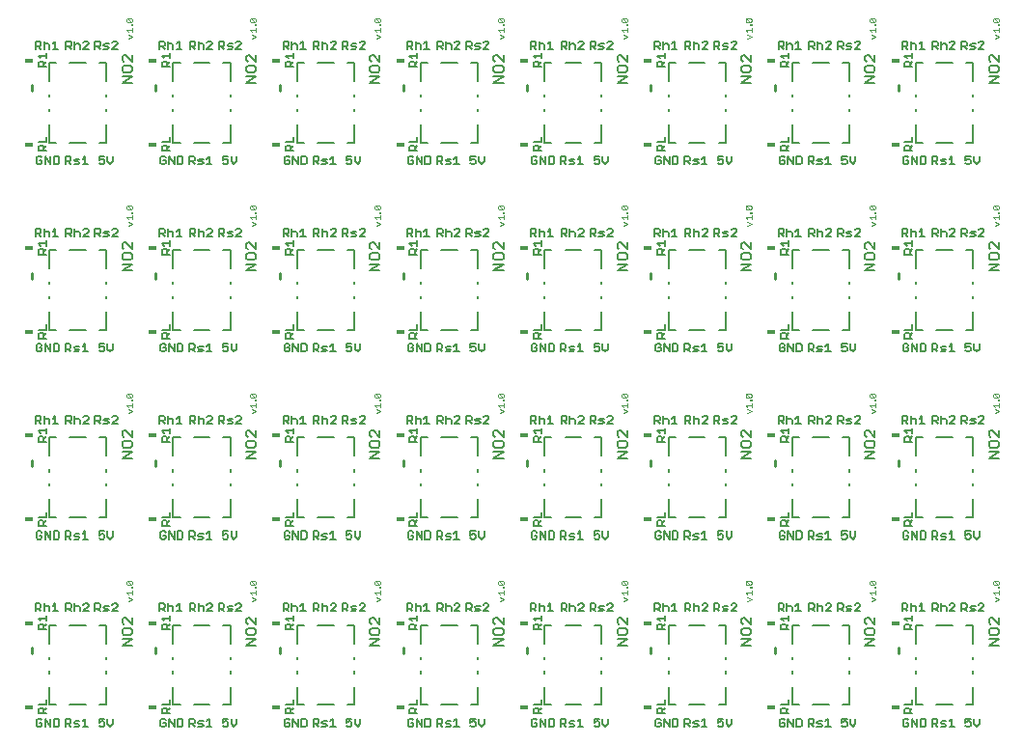
<source format=gto>
G75*
%MOIN*%
%OFA0B0*%
%FSLAX24Y24*%
%IPPOS*%
%LPD*%
%AMOC8*
5,1,8,0,0,1.08239X$1,22.5*
%
%ADD10C,0.0050*%
%ADD11C,0.0060*%
%ADD12C,0.0040*%
%ADD13R,0.0300X0.0180*%
%ADD14C,0.0100*%
D10*
X003403Y001160D02*
X003448Y001115D01*
X003538Y001115D01*
X003583Y001160D01*
X003583Y001250D01*
X003493Y001250D01*
X003583Y001340D02*
X003538Y001385D01*
X003448Y001385D01*
X003403Y001340D01*
X003403Y001160D01*
X003697Y001115D02*
X003697Y001385D01*
X003878Y001115D01*
X003878Y001385D01*
X003992Y001385D02*
X003992Y001115D01*
X004127Y001115D01*
X004172Y001160D01*
X004172Y001340D01*
X004127Y001385D01*
X003992Y001385D01*
X003723Y001576D02*
X003453Y001576D01*
X003453Y001711D01*
X003498Y001756D01*
X003588Y001756D01*
X003633Y001711D01*
X003633Y001576D01*
X003633Y001666D02*
X003723Y001756D01*
X003723Y001870D02*
X003453Y001870D01*
X003723Y001870D02*
X003723Y002051D01*
X004403Y001385D02*
X004538Y001385D01*
X004583Y001340D01*
X004583Y001250D01*
X004538Y001205D01*
X004403Y001205D01*
X004493Y001205D02*
X004583Y001115D01*
X004697Y001115D02*
X004833Y001115D01*
X004878Y001160D01*
X004833Y001205D01*
X004742Y001205D01*
X004697Y001250D01*
X004742Y001295D01*
X004878Y001295D01*
X004992Y001295D02*
X005082Y001385D01*
X005082Y001115D01*
X004992Y001115D02*
X005172Y001115D01*
X005553Y001160D02*
X005598Y001115D01*
X005688Y001115D01*
X005733Y001160D01*
X005733Y001250D01*
X005688Y001295D01*
X005643Y001295D01*
X005553Y001250D01*
X005553Y001385D01*
X005733Y001385D01*
X005847Y001385D02*
X005847Y001205D01*
X005938Y001115D01*
X006028Y001205D01*
X006028Y001385D01*
X004403Y001385D02*
X004403Y001115D01*
X007678Y001160D02*
X007723Y001115D01*
X007814Y001115D01*
X007859Y001160D01*
X007859Y001250D01*
X007768Y001250D01*
X007678Y001340D02*
X007678Y001160D01*
X007678Y001340D02*
X007723Y001385D01*
X007814Y001385D01*
X007859Y001340D01*
X007973Y001385D02*
X008153Y001115D01*
X008153Y001385D01*
X008268Y001385D02*
X008403Y001385D01*
X008448Y001340D01*
X008448Y001160D01*
X008403Y001115D01*
X008268Y001115D01*
X008268Y001385D01*
X007973Y001385D02*
X007973Y001115D01*
X008678Y001115D02*
X008678Y001385D01*
X008814Y001385D01*
X008859Y001340D01*
X008859Y001250D01*
X008814Y001205D01*
X008678Y001205D01*
X008768Y001205D02*
X008859Y001115D01*
X008973Y001115D02*
X009108Y001115D01*
X009153Y001160D01*
X009108Y001205D01*
X009018Y001205D01*
X008973Y001250D01*
X009018Y001295D01*
X009153Y001295D01*
X009268Y001295D02*
X009358Y001385D01*
X009358Y001115D01*
X009268Y001115D02*
X009448Y001115D01*
X009828Y001160D02*
X009873Y001115D01*
X009964Y001115D01*
X010009Y001160D01*
X010009Y001250D01*
X009964Y001295D01*
X009918Y001295D01*
X009828Y001250D01*
X009828Y001385D01*
X010009Y001385D01*
X010123Y001385D02*
X010123Y001205D01*
X010213Y001115D01*
X010303Y001205D01*
X010303Y001385D01*
X011954Y001340D02*
X011954Y001160D01*
X011999Y001115D01*
X012089Y001115D01*
X012134Y001160D01*
X012134Y001250D01*
X012044Y001250D01*
X011954Y001340D02*
X011999Y001385D01*
X012089Y001385D01*
X012134Y001340D01*
X012249Y001385D02*
X012429Y001115D01*
X012429Y001385D01*
X012543Y001385D02*
X012678Y001385D01*
X012723Y001340D01*
X012723Y001160D01*
X012678Y001115D01*
X012543Y001115D01*
X012543Y001385D01*
X012249Y001385D02*
X012249Y001115D01*
X012954Y001115D02*
X012954Y001385D01*
X013089Y001385D01*
X013134Y001340D01*
X013134Y001250D01*
X013089Y001205D01*
X012954Y001205D01*
X013044Y001205D02*
X013134Y001115D01*
X013249Y001115D02*
X013384Y001115D01*
X013429Y001160D01*
X013384Y001205D01*
X013294Y001205D01*
X013249Y001250D01*
X013294Y001295D01*
X013429Y001295D01*
X013543Y001295D02*
X013633Y001385D01*
X013633Y001115D01*
X013543Y001115D02*
X013723Y001115D01*
X014104Y001160D02*
X014149Y001115D01*
X014239Y001115D01*
X014284Y001160D01*
X014284Y001250D01*
X014239Y001295D01*
X014194Y001295D01*
X014104Y001250D01*
X014104Y001385D01*
X014284Y001385D01*
X014399Y001385D02*
X014399Y001205D01*
X014489Y001115D01*
X014579Y001205D01*
X014579Y001385D01*
X016230Y001340D02*
X016230Y001160D01*
X016275Y001115D01*
X016365Y001115D01*
X016410Y001160D01*
X016410Y001250D01*
X016320Y001250D01*
X016410Y001340D02*
X016365Y001385D01*
X016275Y001385D01*
X016230Y001340D01*
X016279Y001576D02*
X016279Y001711D01*
X016324Y001756D01*
X016414Y001756D01*
X016459Y001711D01*
X016459Y001576D01*
X016459Y001666D02*
X016550Y001756D01*
X016550Y001870D02*
X016550Y002051D01*
X016550Y001870D02*
X016279Y001870D01*
X016279Y001576D02*
X016550Y001576D01*
X016524Y001385D02*
X016704Y001115D01*
X016704Y001385D01*
X016819Y001385D02*
X016954Y001385D01*
X016999Y001340D01*
X016999Y001160D01*
X016954Y001115D01*
X016819Y001115D01*
X016819Y001385D01*
X016524Y001385D02*
X016524Y001115D01*
X017230Y001115D02*
X017230Y001385D01*
X017365Y001385D01*
X017410Y001340D01*
X017410Y001250D01*
X017365Y001205D01*
X017230Y001205D01*
X017320Y001205D02*
X017410Y001115D01*
X017524Y001115D02*
X017659Y001115D01*
X017704Y001160D01*
X017659Y001205D01*
X017569Y001205D01*
X017524Y001250D01*
X017569Y001295D01*
X017704Y001295D01*
X017819Y001295D02*
X017909Y001385D01*
X017909Y001115D01*
X017819Y001115D02*
X017999Y001115D01*
X018380Y001160D02*
X018425Y001115D01*
X018515Y001115D01*
X018560Y001160D01*
X018560Y001250D01*
X018515Y001295D01*
X018470Y001295D01*
X018380Y001250D01*
X018380Y001385D01*
X018560Y001385D01*
X018674Y001385D02*
X018674Y001205D01*
X018764Y001115D01*
X018854Y001205D01*
X018854Y001385D01*
X020505Y001340D02*
X020505Y001160D01*
X020550Y001115D01*
X020640Y001115D01*
X020685Y001160D01*
X020685Y001250D01*
X020595Y001250D01*
X020505Y001340D02*
X020550Y001385D01*
X020640Y001385D01*
X020685Y001340D01*
X020800Y001385D02*
X020980Y001115D01*
X020980Y001385D01*
X021094Y001385D02*
X021230Y001385D01*
X021275Y001340D01*
X021275Y001160D01*
X021230Y001115D01*
X021094Y001115D01*
X021094Y001385D01*
X020800Y001385D02*
X020800Y001115D01*
X020825Y001576D02*
X020555Y001576D01*
X020555Y001711D01*
X020600Y001756D01*
X020690Y001756D01*
X020735Y001711D01*
X020735Y001576D01*
X020735Y001666D02*
X020825Y001756D01*
X020825Y001870D02*
X020825Y002051D01*
X020825Y001870D02*
X020555Y001870D01*
X021505Y001385D02*
X021640Y001385D01*
X021685Y001340D01*
X021685Y001250D01*
X021640Y001205D01*
X021505Y001205D01*
X021505Y001115D02*
X021505Y001385D01*
X021595Y001205D02*
X021685Y001115D01*
X021800Y001115D02*
X021935Y001115D01*
X021980Y001160D01*
X021935Y001205D01*
X021845Y001205D01*
X021800Y001250D01*
X021845Y001295D01*
X021980Y001295D01*
X022094Y001295D02*
X022185Y001385D01*
X022185Y001115D01*
X022275Y001115D02*
X022094Y001115D01*
X022655Y001160D02*
X022700Y001115D01*
X022790Y001115D01*
X022835Y001160D01*
X022835Y001250D01*
X022790Y001295D01*
X022745Y001295D01*
X022655Y001250D01*
X022655Y001385D01*
X022835Y001385D01*
X022950Y001385D02*
X022950Y001205D01*
X023040Y001115D01*
X023130Y001205D01*
X023130Y001385D01*
X024781Y001340D02*
X024781Y001160D01*
X024826Y001115D01*
X024916Y001115D01*
X024961Y001160D01*
X024961Y001250D01*
X024871Y001250D01*
X024961Y001340D02*
X024916Y001385D01*
X024826Y001385D01*
X024781Y001340D01*
X024831Y001576D02*
X024831Y001711D01*
X024876Y001756D01*
X024966Y001756D01*
X025011Y001711D01*
X025011Y001576D01*
X025101Y001576D02*
X024831Y001576D01*
X025011Y001666D02*
X025101Y001756D01*
X025101Y001870D02*
X024831Y001870D01*
X025101Y001870D02*
X025101Y002051D01*
X025075Y001385D02*
X025256Y001115D01*
X025256Y001385D01*
X025370Y001385D02*
X025370Y001115D01*
X025505Y001115D01*
X025550Y001160D01*
X025550Y001340D01*
X025505Y001385D01*
X025370Y001385D01*
X025075Y001385D02*
X025075Y001115D01*
X025781Y001115D02*
X025781Y001385D01*
X025916Y001385D01*
X025961Y001340D01*
X025961Y001250D01*
X025916Y001205D01*
X025781Y001205D01*
X025871Y001205D02*
X025961Y001115D01*
X026075Y001115D02*
X026211Y001115D01*
X026256Y001160D01*
X026211Y001205D01*
X026120Y001205D01*
X026075Y001250D01*
X026120Y001295D01*
X026256Y001295D01*
X026370Y001295D02*
X026460Y001385D01*
X026460Y001115D01*
X026370Y001115D02*
X026550Y001115D01*
X026931Y001160D02*
X026976Y001115D01*
X027066Y001115D01*
X027111Y001160D01*
X027111Y001250D01*
X027066Y001295D01*
X027021Y001295D01*
X026931Y001250D01*
X026931Y001385D01*
X027111Y001385D01*
X027225Y001385D02*
X027225Y001205D01*
X027315Y001115D01*
X027406Y001205D01*
X027406Y001385D01*
X029056Y001340D02*
X029056Y001160D01*
X029101Y001115D01*
X029191Y001115D01*
X029236Y001160D01*
X029236Y001250D01*
X029146Y001250D01*
X029056Y001340D02*
X029101Y001385D01*
X029191Y001385D01*
X029236Y001340D01*
X029351Y001385D02*
X029531Y001115D01*
X029531Y001385D01*
X029646Y001385D02*
X029646Y001115D01*
X029781Y001115D01*
X029826Y001160D01*
X029826Y001340D01*
X029781Y001385D01*
X029646Y001385D01*
X029351Y001385D02*
X029351Y001115D01*
X029376Y001576D02*
X029106Y001576D01*
X029106Y001711D01*
X029151Y001756D01*
X029241Y001756D01*
X029286Y001711D01*
X029286Y001576D01*
X029286Y001666D02*
X029376Y001756D01*
X029376Y001870D02*
X029106Y001870D01*
X029376Y001870D02*
X029376Y002051D01*
X030056Y001385D02*
X030191Y001385D01*
X030236Y001340D01*
X030236Y001250D01*
X030191Y001205D01*
X030056Y001205D01*
X030056Y001115D02*
X030056Y001385D01*
X030146Y001205D02*
X030236Y001115D01*
X030351Y001115D02*
X030486Y001115D01*
X030531Y001160D01*
X030486Y001205D01*
X030396Y001205D01*
X030351Y001250D01*
X030396Y001295D01*
X030531Y001295D01*
X030646Y001295D02*
X030736Y001385D01*
X030736Y001115D01*
X030646Y001115D02*
X030826Y001115D01*
X031206Y001160D02*
X031251Y001115D01*
X031341Y001115D01*
X031386Y001160D01*
X031386Y001250D01*
X031341Y001295D01*
X031296Y001295D01*
X031206Y001250D01*
X031206Y001385D01*
X031386Y001385D01*
X031501Y001385D02*
X031501Y001205D01*
X031591Y001115D01*
X031681Y001205D01*
X031681Y001385D01*
X033332Y001340D02*
X033332Y001160D01*
X033377Y001115D01*
X033467Y001115D01*
X033512Y001160D01*
X033512Y001250D01*
X033422Y001250D01*
X033332Y001340D02*
X033377Y001385D01*
X033467Y001385D01*
X033512Y001340D01*
X033627Y001385D02*
X033807Y001115D01*
X033807Y001385D01*
X033921Y001385D02*
X034056Y001385D01*
X034101Y001340D01*
X034101Y001160D01*
X034056Y001115D01*
X033921Y001115D01*
X033921Y001385D01*
X033627Y001385D02*
X033627Y001115D01*
X034332Y001115D02*
X034332Y001385D01*
X034467Y001385D01*
X034512Y001340D01*
X034512Y001250D01*
X034467Y001205D01*
X034332Y001205D01*
X034422Y001205D02*
X034512Y001115D01*
X034627Y001115D02*
X034762Y001115D01*
X034807Y001160D01*
X034762Y001205D01*
X034672Y001205D01*
X034627Y001250D01*
X034672Y001295D01*
X034807Y001295D01*
X034921Y001295D02*
X035011Y001385D01*
X035011Y001115D01*
X034921Y001115D02*
X035101Y001115D01*
X035482Y001160D02*
X035527Y001115D01*
X035617Y001115D01*
X035662Y001160D01*
X035662Y001250D01*
X035617Y001295D01*
X035572Y001295D01*
X035482Y001250D01*
X035482Y001385D01*
X035662Y001385D01*
X035777Y001385D02*
X035777Y001205D01*
X035867Y001115D01*
X035957Y001205D01*
X035957Y001385D01*
X033652Y001576D02*
X033382Y001576D01*
X033382Y001711D01*
X033427Y001756D01*
X033517Y001756D01*
X033562Y001711D01*
X033562Y001576D01*
X033562Y001666D02*
X033652Y001756D01*
X033652Y001870D02*
X033382Y001870D01*
X033652Y001870D02*
X033652Y002051D01*
X033652Y004476D02*
X033382Y004476D01*
X033382Y004611D01*
X033427Y004656D01*
X033517Y004656D01*
X033562Y004611D01*
X033562Y004476D01*
X033562Y004566D02*
X033652Y004656D01*
X033652Y004770D02*
X033652Y004951D01*
X033652Y004860D02*
X033382Y004860D01*
X033472Y004770D01*
X033478Y005095D02*
X033388Y005185D01*
X033433Y005185D02*
X033298Y005185D01*
X033298Y005095D02*
X033298Y005365D01*
X033433Y005365D01*
X033478Y005320D01*
X033478Y005230D01*
X033433Y005185D01*
X033593Y005230D02*
X033638Y005275D01*
X033728Y005275D01*
X033773Y005230D01*
X033773Y005095D01*
X033887Y005095D02*
X034067Y005095D01*
X033977Y005095D02*
X033977Y005365D01*
X033887Y005275D01*
X033593Y005365D02*
X033593Y005095D01*
X034348Y005095D02*
X034348Y005365D01*
X034483Y005365D01*
X034528Y005320D01*
X034528Y005230D01*
X034483Y005185D01*
X034348Y005185D01*
X034438Y005185D02*
X034528Y005095D01*
X034643Y005095D02*
X034643Y005365D01*
X034688Y005275D02*
X034778Y005275D01*
X034823Y005230D01*
X034823Y005095D01*
X034937Y005095D02*
X035117Y005275D01*
X035117Y005320D01*
X035072Y005365D01*
X034982Y005365D01*
X034937Y005320D01*
X034937Y005095D02*
X035117Y005095D01*
X035348Y005095D02*
X035348Y005365D01*
X035483Y005365D01*
X035528Y005320D01*
X035528Y005230D01*
X035483Y005185D01*
X035348Y005185D01*
X035438Y005185D02*
X035528Y005095D01*
X035643Y005095D02*
X035778Y005095D01*
X035823Y005140D01*
X035778Y005185D01*
X035688Y005185D01*
X035643Y005230D01*
X035688Y005275D01*
X035823Y005275D01*
X035937Y005320D02*
X035982Y005365D01*
X036072Y005365D01*
X036117Y005320D01*
X036117Y005275D01*
X035937Y005095D01*
X036117Y005095D01*
X034688Y005275D02*
X034643Y005230D01*
X031842Y005275D02*
X031662Y005095D01*
X031842Y005095D01*
X031842Y005275D02*
X031842Y005320D01*
X031797Y005365D01*
X031707Y005365D01*
X031662Y005320D01*
X031547Y005275D02*
X031412Y005275D01*
X031367Y005230D01*
X031412Y005185D01*
X031502Y005185D01*
X031547Y005140D01*
X031502Y005095D01*
X031367Y005095D01*
X031253Y005095D02*
X031162Y005185D01*
X031207Y005185D02*
X031072Y005185D01*
X031072Y005095D02*
X031072Y005365D01*
X031207Y005365D01*
X031253Y005320D01*
X031253Y005230D01*
X031207Y005185D01*
X030842Y005095D02*
X030662Y005095D01*
X030842Y005275D01*
X030842Y005320D01*
X030797Y005365D01*
X030707Y005365D01*
X030662Y005320D01*
X030547Y005230D02*
X030547Y005095D01*
X030547Y005230D02*
X030502Y005275D01*
X030412Y005275D01*
X030367Y005230D01*
X030253Y005230D02*
X030207Y005185D01*
X030072Y005185D01*
X030072Y005095D02*
X030072Y005365D01*
X030207Y005365D01*
X030253Y005320D01*
X030253Y005230D01*
X030162Y005185D02*
X030253Y005095D01*
X030367Y005095D02*
X030367Y005365D01*
X029792Y005095D02*
X029612Y005095D01*
X029702Y005095D02*
X029702Y005365D01*
X029612Y005275D01*
X029497Y005230D02*
X029497Y005095D01*
X029497Y005230D02*
X029452Y005275D01*
X029362Y005275D01*
X029317Y005230D01*
X029203Y005230D02*
X029157Y005185D01*
X029022Y005185D01*
X029022Y005095D02*
X029022Y005365D01*
X029157Y005365D01*
X029203Y005320D01*
X029203Y005230D01*
X029112Y005185D02*
X029203Y005095D01*
X029317Y005095D02*
X029317Y005365D01*
X029376Y004951D02*
X029376Y004770D01*
X029376Y004860D02*
X029106Y004860D01*
X029196Y004770D01*
X029151Y004656D02*
X029241Y004656D01*
X029286Y004611D01*
X029286Y004476D01*
X029286Y004566D02*
X029376Y004656D01*
X029376Y004476D02*
X029106Y004476D01*
X029106Y004611D01*
X029151Y004656D01*
X027566Y005095D02*
X027386Y005095D01*
X027566Y005275D01*
X027566Y005320D01*
X027521Y005365D01*
X027431Y005365D01*
X027386Y005320D01*
X027272Y005275D02*
X027136Y005275D01*
X027091Y005230D01*
X027136Y005185D01*
X027227Y005185D01*
X027272Y005140D01*
X027227Y005095D01*
X027091Y005095D01*
X026977Y005095D02*
X026887Y005185D01*
X026932Y005185D02*
X026797Y005185D01*
X026797Y005095D02*
X026797Y005365D01*
X026932Y005365D01*
X026977Y005320D01*
X026977Y005230D01*
X026932Y005185D01*
X026566Y005095D02*
X026386Y005095D01*
X026566Y005275D01*
X026566Y005320D01*
X026521Y005365D01*
X026431Y005365D01*
X026386Y005320D01*
X026272Y005230D02*
X026272Y005095D01*
X026272Y005230D02*
X026227Y005275D01*
X026136Y005275D01*
X026091Y005230D01*
X025977Y005230D02*
X025932Y005185D01*
X025797Y005185D01*
X025887Y005185D02*
X025977Y005095D01*
X026091Y005095D02*
X026091Y005365D01*
X025977Y005320D02*
X025977Y005230D01*
X025977Y005320D02*
X025932Y005365D01*
X025797Y005365D01*
X025797Y005095D01*
X025516Y005095D02*
X025336Y005095D01*
X025426Y005095D02*
X025426Y005365D01*
X025336Y005275D01*
X025222Y005230D02*
X025222Y005095D01*
X025222Y005230D02*
X025177Y005275D01*
X025086Y005275D01*
X025041Y005230D01*
X024927Y005230D02*
X024882Y005185D01*
X024747Y005185D01*
X024837Y005185D02*
X024927Y005095D01*
X025041Y005095D02*
X025041Y005365D01*
X024927Y005320D02*
X024927Y005230D01*
X024927Y005320D02*
X024882Y005365D01*
X024747Y005365D01*
X024747Y005095D01*
X024831Y004860D02*
X025101Y004860D01*
X025101Y004770D02*
X025101Y004951D01*
X024921Y004770D02*
X024831Y004860D01*
X024876Y004656D02*
X024831Y004611D01*
X024831Y004476D01*
X025101Y004476D01*
X025011Y004476D02*
X025011Y004611D01*
X024966Y004656D01*
X024876Y004656D01*
X025011Y004566D02*
X025101Y004656D01*
X023291Y005095D02*
X023111Y005095D01*
X023291Y005275D01*
X023291Y005320D01*
X023246Y005365D01*
X023156Y005365D01*
X023111Y005320D01*
X022996Y005275D02*
X022861Y005275D01*
X022816Y005230D01*
X022861Y005185D01*
X022951Y005185D01*
X022996Y005140D01*
X022951Y005095D01*
X022816Y005095D01*
X022701Y005095D02*
X022611Y005185D01*
X022656Y005185D02*
X022521Y005185D01*
X022521Y005095D02*
X022521Y005365D01*
X022656Y005365D01*
X022701Y005320D01*
X022701Y005230D01*
X022656Y005185D01*
X022291Y005095D02*
X022111Y005095D01*
X022291Y005275D01*
X022291Y005320D01*
X022246Y005365D01*
X022156Y005365D01*
X022111Y005320D01*
X021996Y005230D02*
X021996Y005095D01*
X021996Y005230D02*
X021951Y005275D01*
X021861Y005275D01*
X021816Y005230D01*
X021701Y005230D02*
X021656Y005185D01*
X021521Y005185D01*
X021521Y005095D02*
X021521Y005365D01*
X021656Y005365D01*
X021701Y005320D01*
X021701Y005230D01*
X021611Y005185D02*
X021701Y005095D01*
X021816Y005095D02*
X021816Y005365D01*
X021241Y005095D02*
X021061Y005095D01*
X021151Y005095D02*
X021151Y005365D01*
X021061Y005275D01*
X020946Y005230D02*
X020946Y005095D01*
X020946Y005230D02*
X020901Y005275D01*
X020811Y005275D01*
X020766Y005230D01*
X020651Y005230D02*
X020606Y005185D01*
X020471Y005185D01*
X020471Y005095D02*
X020471Y005365D01*
X020606Y005365D01*
X020651Y005320D01*
X020651Y005230D01*
X020561Y005185D02*
X020651Y005095D01*
X020766Y005095D02*
X020766Y005365D01*
X020825Y004951D02*
X020825Y004770D01*
X020825Y004860D02*
X020555Y004860D01*
X020645Y004770D01*
X020600Y004656D02*
X020690Y004656D01*
X020735Y004611D01*
X020735Y004476D01*
X020735Y004566D02*
X020825Y004656D01*
X020825Y004476D02*
X020555Y004476D01*
X020555Y004611D01*
X020600Y004656D01*
X019015Y005095D02*
X018835Y005095D01*
X019015Y005275D01*
X019015Y005320D01*
X018970Y005365D01*
X018880Y005365D01*
X018835Y005320D01*
X018720Y005275D02*
X018585Y005275D01*
X018540Y005230D01*
X018585Y005185D01*
X018675Y005185D01*
X018720Y005140D01*
X018675Y005095D01*
X018540Y005095D01*
X018426Y005095D02*
X018336Y005185D01*
X018381Y005185D02*
X018246Y005185D01*
X018246Y005095D02*
X018246Y005365D01*
X018381Y005365D01*
X018426Y005320D01*
X018426Y005230D01*
X018381Y005185D01*
X018015Y005095D02*
X017835Y005095D01*
X018015Y005275D01*
X018015Y005320D01*
X017970Y005365D01*
X017880Y005365D01*
X017835Y005320D01*
X017720Y005230D02*
X017720Y005095D01*
X017720Y005230D02*
X017675Y005275D01*
X017585Y005275D01*
X017540Y005230D01*
X017426Y005230D02*
X017381Y005185D01*
X017246Y005185D01*
X017336Y005185D02*
X017426Y005095D01*
X017540Y005095D02*
X017540Y005365D01*
X017426Y005320D02*
X017426Y005230D01*
X017426Y005320D02*
X017381Y005365D01*
X017246Y005365D01*
X017246Y005095D01*
X016965Y005095D02*
X016785Y005095D01*
X016875Y005095D02*
X016875Y005365D01*
X016785Y005275D01*
X016670Y005230D02*
X016670Y005095D01*
X016670Y005230D02*
X016625Y005275D01*
X016535Y005275D01*
X016490Y005230D01*
X016376Y005230D02*
X016331Y005185D01*
X016196Y005185D01*
X016286Y005185D02*
X016376Y005095D01*
X016490Y005095D02*
X016490Y005365D01*
X016376Y005320D02*
X016376Y005230D01*
X016376Y005320D02*
X016331Y005365D01*
X016196Y005365D01*
X016196Y005095D01*
X016279Y004860D02*
X016550Y004860D01*
X016550Y004770D02*
X016550Y004951D01*
X016369Y004770D02*
X016279Y004860D01*
X016324Y004656D02*
X016414Y004656D01*
X016459Y004611D01*
X016459Y004476D01*
X016459Y004566D02*
X016550Y004656D01*
X016550Y004476D02*
X016279Y004476D01*
X016279Y004611D01*
X016324Y004656D01*
X014739Y005095D02*
X014559Y005095D01*
X014739Y005275D01*
X014739Y005320D01*
X014694Y005365D01*
X014604Y005365D01*
X014559Y005320D01*
X014445Y005275D02*
X014310Y005275D01*
X014265Y005230D01*
X014310Y005185D01*
X014400Y005185D01*
X014445Y005140D01*
X014400Y005095D01*
X014265Y005095D01*
X014150Y005095D02*
X014060Y005185D01*
X014105Y005185D02*
X013970Y005185D01*
X013970Y005095D02*
X013970Y005365D01*
X014105Y005365D01*
X014150Y005320D01*
X014150Y005230D01*
X014105Y005185D01*
X013739Y005095D02*
X013559Y005095D01*
X013739Y005275D01*
X013739Y005320D01*
X013694Y005365D01*
X013604Y005365D01*
X013559Y005320D01*
X013445Y005230D02*
X013445Y005095D01*
X013445Y005230D02*
X013400Y005275D01*
X013310Y005275D01*
X013265Y005230D01*
X013150Y005230D02*
X013105Y005185D01*
X012970Y005185D01*
X012970Y005095D02*
X012970Y005365D01*
X013105Y005365D01*
X013150Y005320D01*
X013150Y005230D01*
X013060Y005185D02*
X013150Y005095D01*
X013265Y005095D02*
X013265Y005365D01*
X012689Y005095D02*
X012509Y005095D01*
X012599Y005095D02*
X012599Y005365D01*
X012509Y005275D01*
X012395Y005230D02*
X012395Y005095D01*
X012395Y005230D02*
X012350Y005275D01*
X012260Y005275D01*
X012215Y005230D01*
X012100Y005230D02*
X012055Y005185D01*
X011920Y005185D01*
X011920Y005095D02*
X011920Y005365D01*
X012055Y005365D01*
X012100Y005320D01*
X012100Y005230D01*
X012010Y005185D02*
X012100Y005095D01*
X012215Y005095D02*
X012215Y005365D01*
X012274Y004951D02*
X012274Y004770D01*
X012274Y004860D02*
X012004Y004860D01*
X012094Y004770D01*
X012139Y004656D02*
X012184Y004611D01*
X012184Y004476D01*
X012184Y004566D02*
X012274Y004656D01*
X012139Y004656D02*
X012049Y004656D01*
X012004Y004611D01*
X012004Y004476D01*
X012274Y004476D01*
X010464Y005095D02*
X010284Y005095D01*
X010464Y005275D01*
X010464Y005320D01*
X010419Y005365D01*
X010329Y005365D01*
X010284Y005320D01*
X010169Y005275D02*
X010034Y005275D01*
X009989Y005230D01*
X010034Y005185D01*
X010124Y005185D01*
X010169Y005140D01*
X010124Y005095D01*
X009989Y005095D01*
X009875Y005095D02*
X009785Y005185D01*
X009830Y005185D02*
X009694Y005185D01*
X009694Y005095D02*
X009694Y005365D01*
X009830Y005365D01*
X009875Y005320D01*
X009875Y005230D01*
X009830Y005185D01*
X009464Y005095D02*
X009284Y005095D01*
X009464Y005275D01*
X009464Y005320D01*
X009419Y005365D01*
X009329Y005365D01*
X009284Y005320D01*
X009169Y005230D02*
X009169Y005095D01*
X009169Y005230D02*
X009124Y005275D01*
X009034Y005275D01*
X008989Y005230D01*
X008875Y005230D02*
X008830Y005185D01*
X008694Y005185D01*
X008694Y005095D02*
X008694Y005365D01*
X008830Y005365D01*
X008875Y005320D01*
X008875Y005230D01*
X008785Y005185D02*
X008875Y005095D01*
X008989Y005095D02*
X008989Y005365D01*
X008414Y005095D02*
X008234Y005095D01*
X008324Y005095D02*
X008324Y005365D01*
X008234Y005275D01*
X008119Y005230D02*
X008119Y005095D01*
X008119Y005230D02*
X008074Y005275D01*
X007984Y005275D01*
X007939Y005230D01*
X007825Y005230D02*
X007780Y005185D01*
X007644Y005185D01*
X007644Y005095D02*
X007644Y005365D01*
X007780Y005365D01*
X007825Y005320D01*
X007825Y005230D01*
X007735Y005185D02*
X007825Y005095D01*
X007939Y005095D02*
X007939Y005365D01*
X007998Y004951D02*
X007998Y004770D01*
X007998Y004860D02*
X007728Y004860D01*
X007818Y004770D01*
X007773Y004656D02*
X007863Y004656D01*
X007908Y004611D01*
X007908Y004476D01*
X007908Y004566D02*
X007998Y004656D01*
X007998Y004476D02*
X007728Y004476D01*
X007728Y004611D01*
X007773Y004656D01*
X006188Y005095D02*
X006008Y005095D01*
X006188Y005275D01*
X006188Y005320D01*
X006143Y005365D01*
X006053Y005365D01*
X006008Y005320D01*
X005894Y005275D02*
X005759Y005275D01*
X005713Y005230D01*
X005759Y005185D01*
X005849Y005185D01*
X005894Y005140D01*
X005849Y005095D01*
X005713Y005095D01*
X005599Y005095D02*
X005509Y005185D01*
X005554Y005185D02*
X005419Y005185D01*
X005419Y005095D02*
X005419Y005365D01*
X005554Y005365D01*
X005599Y005320D01*
X005599Y005230D01*
X005554Y005185D01*
X005188Y005095D02*
X005008Y005095D01*
X005188Y005275D01*
X005188Y005320D01*
X005143Y005365D01*
X005053Y005365D01*
X005008Y005320D01*
X004894Y005230D02*
X004894Y005095D01*
X004894Y005230D02*
X004849Y005275D01*
X004759Y005275D01*
X004713Y005230D01*
X004599Y005230D02*
X004554Y005185D01*
X004419Y005185D01*
X004509Y005185D02*
X004599Y005095D01*
X004713Y005095D02*
X004713Y005365D01*
X004599Y005320D02*
X004599Y005230D01*
X004599Y005320D02*
X004554Y005365D01*
X004419Y005365D01*
X004419Y005095D01*
X004138Y005095D02*
X003958Y005095D01*
X004048Y005095D02*
X004048Y005365D01*
X003958Y005275D01*
X003844Y005230D02*
X003844Y005095D01*
X003844Y005230D02*
X003799Y005275D01*
X003709Y005275D01*
X003663Y005230D01*
X003549Y005230D02*
X003504Y005185D01*
X003369Y005185D01*
X003459Y005185D02*
X003549Y005095D01*
X003663Y005095D02*
X003663Y005365D01*
X003549Y005320D02*
X003549Y005230D01*
X003549Y005320D02*
X003504Y005365D01*
X003369Y005365D01*
X003369Y005095D01*
X003453Y004860D02*
X003723Y004860D01*
X003723Y004770D02*
X003723Y004951D01*
X003543Y004770D02*
X003453Y004860D01*
X003498Y004656D02*
X003588Y004656D01*
X003633Y004611D01*
X003633Y004476D01*
X003633Y004566D02*
X003723Y004656D01*
X003723Y004476D02*
X003453Y004476D01*
X003453Y004611D01*
X003498Y004656D01*
X007728Y001870D02*
X007998Y001870D01*
X007998Y002051D01*
X007998Y001756D02*
X007908Y001666D01*
X007908Y001711D02*
X007908Y001576D01*
X007998Y001576D02*
X007728Y001576D01*
X007728Y001711D01*
X007773Y001756D01*
X007863Y001756D01*
X007908Y001711D01*
X012004Y001711D02*
X012049Y001756D01*
X012139Y001756D01*
X012184Y001711D01*
X012184Y001576D01*
X012184Y001666D02*
X012274Y001756D01*
X012274Y001870D02*
X012004Y001870D01*
X012004Y001711D02*
X012004Y001576D01*
X012274Y001576D01*
X012274Y001870D02*
X012274Y002051D01*
X012249Y007591D02*
X012249Y007861D01*
X012429Y007591D01*
X012429Y007861D01*
X012543Y007861D02*
X012678Y007861D01*
X012723Y007816D01*
X012723Y007636D01*
X012678Y007591D01*
X012543Y007591D01*
X012543Y007861D01*
X012274Y008051D02*
X012004Y008051D01*
X012004Y008186D01*
X012049Y008231D01*
X012139Y008231D01*
X012184Y008186D01*
X012184Y008051D01*
X012184Y008141D02*
X012274Y008231D01*
X012274Y008346D02*
X012004Y008346D01*
X012274Y008346D02*
X012274Y008526D01*
X012089Y007861D02*
X011999Y007861D01*
X011954Y007816D01*
X011954Y007636D01*
X011999Y007591D01*
X012089Y007591D01*
X012134Y007636D01*
X012134Y007726D01*
X012044Y007726D01*
X012134Y007816D02*
X012089Y007861D01*
X012954Y007861D02*
X012954Y007591D01*
X012954Y007681D02*
X013089Y007681D01*
X013134Y007726D01*
X013134Y007816D01*
X013089Y007861D01*
X012954Y007861D01*
X013044Y007681D02*
X013134Y007591D01*
X013249Y007591D02*
X013384Y007591D01*
X013429Y007636D01*
X013384Y007681D01*
X013294Y007681D01*
X013249Y007726D01*
X013294Y007771D01*
X013429Y007771D01*
X013543Y007771D02*
X013633Y007861D01*
X013633Y007591D01*
X013543Y007591D02*
X013723Y007591D01*
X014104Y007636D02*
X014149Y007591D01*
X014239Y007591D01*
X014284Y007636D01*
X014284Y007726D01*
X014239Y007771D01*
X014194Y007771D01*
X014104Y007726D01*
X014104Y007861D01*
X014284Y007861D01*
X014399Y007861D02*
X014399Y007681D01*
X014489Y007591D01*
X014579Y007681D01*
X014579Y007861D01*
X016230Y007816D02*
X016230Y007636D01*
X016275Y007591D01*
X016365Y007591D01*
X016410Y007636D01*
X016410Y007726D01*
X016320Y007726D01*
X016410Y007816D02*
X016365Y007861D01*
X016275Y007861D01*
X016230Y007816D01*
X016279Y008051D02*
X016279Y008186D01*
X016324Y008231D01*
X016414Y008231D01*
X016459Y008186D01*
X016459Y008051D01*
X016459Y008141D02*
X016550Y008231D01*
X016550Y008346D02*
X016550Y008526D01*
X016550Y008346D02*
X016279Y008346D01*
X016279Y008051D02*
X016550Y008051D01*
X016524Y007861D02*
X016704Y007591D01*
X016704Y007861D01*
X016819Y007861D02*
X016954Y007861D01*
X016999Y007816D01*
X016999Y007636D01*
X016954Y007591D01*
X016819Y007591D01*
X016819Y007861D01*
X016524Y007861D02*
X016524Y007591D01*
X017230Y007591D02*
X017230Y007861D01*
X017365Y007861D01*
X017410Y007816D01*
X017410Y007726D01*
X017365Y007681D01*
X017230Y007681D01*
X017320Y007681D02*
X017410Y007591D01*
X017524Y007591D02*
X017659Y007591D01*
X017704Y007636D01*
X017659Y007681D01*
X017569Y007681D01*
X017524Y007726D01*
X017569Y007771D01*
X017704Y007771D01*
X017819Y007771D02*
X017909Y007861D01*
X017909Y007591D01*
X017819Y007591D02*
X017999Y007591D01*
X018380Y007636D02*
X018425Y007591D01*
X018515Y007591D01*
X018560Y007636D01*
X018560Y007726D01*
X018515Y007771D01*
X018470Y007771D01*
X018380Y007726D01*
X018380Y007861D01*
X018560Y007861D01*
X018674Y007861D02*
X018674Y007681D01*
X018764Y007591D01*
X018854Y007681D01*
X018854Y007861D01*
X020505Y007816D02*
X020505Y007636D01*
X020550Y007591D01*
X020640Y007591D01*
X020685Y007636D01*
X020685Y007726D01*
X020595Y007726D01*
X020505Y007816D02*
X020550Y007861D01*
X020640Y007861D01*
X020685Y007816D01*
X020800Y007861D02*
X020980Y007591D01*
X020980Y007861D01*
X021094Y007861D02*
X021230Y007861D01*
X021275Y007816D01*
X021275Y007636D01*
X021230Y007591D01*
X021094Y007591D01*
X021094Y007861D01*
X020800Y007861D02*
X020800Y007591D01*
X020825Y008051D02*
X020555Y008051D01*
X020555Y008186D01*
X020600Y008231D01*
X020690Y008231D01*
X020735Y008186D01*
X020735Y008051D01*
X020735Y008141D02*
X020825Y008231D01*
X020825Y008346D02*
X020825Y008526D01*
X020825Y008346D02*
X020555Y008346D01*
X021505Y007861D02*
X021640Y007861D01*
X021685Y007816D01*
X021685Y007726D01*
X021640Y007681D01*
X021505Y007681D01*
X021595Y007681D02*
X021685Y007591D01*
X021800Y007591D02*
X021935Y007591D01*
X021980Y007636D01*
X021935Y007681D01*
X021845Y007681D01*
X021800Y007726D01*
X021845Y007771D01*
X021980Y007771D01*
X022094Y007771D02*
X022185Y007861D01*
X022185Y007591D01*
X022275Y007591D02*
X022094Y007591D01*
X021505Y007591D02*
X021505Y007861D01*
X022655Y007861D02*
X022655Y007726D01*
X022745Y007771D01*
X022790Y007771D01*
X022835Y007726D01*
X022835Y007636D01*
X022790Y007591D01*
X022700Y007591D01*
X022655Y007636D01*
X022655Y007861D02*
X022835Y007861D01*
X022950Y007861D02*
X022950Y007681D01*
X023040Y007591D01*
X023130Y007681D01*
X023130Y007861D01*
X024781Y007816D02*
X024781Y007636D01*
X024826Y007591D01*
X024916Y007591D01*
X024961Y007636D01*
X024961Y007726D01*
X024871Y007726D01*
X024961Y007816D02*
X024916Y007861D01*
X024826Y007861D01*
X024781Y007816D01*
X024831Y008051D02*
X024831Y008186D01*
X024876Y008231D01*
X024966Y008231D01*
X025011Y008186D01*
X025011Y008051D01*
X025101Y008051D02*
X024831Y008051D01*
X025011Y008141D02*
X025101Y008231D01*
X025101Y008346D02*
X024831Y008346D01*
X025101Y008346D02*
X025101Y008526D01*
X025075Y007861D02*
X025256Y007591D01*
X025256Y007861D01*
X025370Y007861D02*
X025370Y007591D01*
X025505Y007591D01*
X025550Y007636D01*
X025550Y007816D01*
X025505Y007861D01*
X025370Y007861D01*
X025075Y007861D02*
X025075Y007591D01*
X025781Y007591D02*
X025781Y007861D01*
X025916Y007861D01*
X025961Y007816D01*
X025961Y007726D01*
X025916Y007681D01*
X025781Y007681D01*
X025871Y007681D02*
X025961Y007591D01*
X026075Y007591D02*
X026211Y007591D01*
X026256Y007636D01*
X026211Y007681D01*
X026120Y007681D01*
X026075Y007726D01*
X026120Y007771D01*
X026256Y007771D01*
X026370Y007771D02*
X026460Y007861D01*
X026460Y007591D01*
X026370Y007591D02*
X026550Y007591D01*
X026931Y007636D02*
X026976Y007591D01*
X027066Y007591D01*
X027111Y007636D01*
X027111Y007726D01*
X027066Y007771D01*
X027021Y007771D01*
X026931Y007726D01*
X026931Y007861D01*
X027111Y007861D01*
X027225Y007861D02*
X027225Y007681D01*
X027315Y007591D01*
X027406Y007681D01*
X027406Y007861D01*
X029056Y007816D02*
X029056Y007636D01*
X029101Y007591D01*
X029191Y007591D01*
X029236Y007636D01*
X029236Y007726D01*
X029146Y007726D01*
X029056Y007816D02*
X029101Y007861D01*
X029191Y007861D01*
X029236Y007816D01*
X029351Y007861D02*
X029531Y007591D01*
X029531Y007861D01*
X029646Y007861D02*
X029646Y007591D01*
X029781Y007591D01*
X029826Y007636D01*
X029826Y007816D01*
X029781Y007861D01*
X029646Y007861D01*
X029351Y007861D02*
X029351Y007591D01*
X029376Y008051D02*
X029106Y008051D01*
X029106Y008186D01*
X029151Y008231D01*
X029241Y008231D01*
X029286Y008186D01*
X029286Y008051D01*
X029286Y008141D02*
X029376Y008231D01*
X029376Y008346D02*
X029106Y008346D01*
X029376Y008346D02*
X029376Y008526D01*
X030056Y007861D02*
X030191Y007861D01*
X030236Y007816D01*
X030236Y007726D01*
X030191Y007681D01*
X030056Y007681D01*
X030056Y007591D02*
X030056Y007861D01*
X030146Y007681D02*
X030236Y007591D01*
X030351Y007591D02*
X030486Y007591D01*
X030531Y007636D01*
X030486Y007681D01*
X030396Y007681D01*
X030351Y007726D01*
X030396Y007771D01*
X030531Y007771D01*
X030646Y007771D02*
X030736Y007861D01*
X030736Y007591D01*
X030646Y007591D02*
X030826Y007591D01*
X031206Y007636D02*
X031251Y007591D01*
X031341Y007591D01*
X031386Y007636D01*
X031386Y007726D01*
X031341Y007771D01*
X031296Y007771D01*
X031206Y007726D01*
X031206Y007861D01*
X031386Y007861D01*
X031501Y007861D02*
X031501Y007681D01*
X031591Y007591D01*
X031681Y007681D01*
X031681Y007861D01*
X033332Y007816D02*
X033332Y007636D01*
X033377Y007591D01*
X033467Y007591D01*
X033512Y007636D01*
X033512Y007726D01*
X033422Y007726D01*
X033332Y007816D02*
X033377Y007861D01*
X033467Y007861D01*
X033512Y007816D01*
X033627Y007861D02*
X033807Y007591D01*
X033807Y007861D01*
X033921Y007861D02*
X034056Y007861D01*
X034101Y007816D01*
X034101Y007636D01*
X034056Y007591D01*
X033921Y007591D01*
X033921Y007861D01*
X033627Y007861D02*
X033627Y007591D01*
X034332Y007591D02*
X034332Y007861D01*
X034467Y007861D01*
X034512Y007816D01*
X034512Y007726D01*
X034467Y007681D01*
X034332Y007681D01*
X034422Y007681D02*
X034512Y007591D01*
X034627Y007591D02*
X034762Y007591D01*
X034807Y007636D01*
X034762Y007681D01*
X034672Y007681D01*
X034627Y007726D01*
X034672Y007771D01*
X034807Y007771D01*
X034921Y007771D02*
X035011Y007861D01*
X035011Y007591D01*
X034921Y007591D02*
X035101Y007591D01*
X035482Y007636D02*
X035527Y007591D01*
X035617Y007591D01*
X035662Y007636D01*
X035662Y007726D01*
X035617Y007771D01*
X035572Y007771D01*
X035482Y007726D01*
X035482Y007861D01*
X035662Y007861D01*
X035777Y007861D02*
X035777Y007681D01*
X035867Y007591D01*
X035957Y007681D01*
X035957Y007861D01*
X033652Y008051D02*
X033382Y008051D01*
X033382Y008186D01*
X033427Y008231D01*
X033517Y008231D01*
X033562Y008186D01*
X033562Y008051D01*
X033562Y008141D02*
X033652Y008231D01*
X033652Y008346D02*
X033382Y008346D01*
X033652Y008346D02*
X033652Y008526D01*
X033652Y010951D02*
X033382Y010951D01*
X033382Y011086D01*
X033427Y011131D01*
X033517Y011131D01*
X033562Y011086D01*
X033562Y010951D01*
X033562Y011041D02*
X033652Y011131D01*
X033652Y011246D02*
X033652Y011426D01*
X033652Y011336D02*
X033382Y011336D01*
X033472Y011246D01*
X033478Y011571D02*
X033388Y011661D01*
X033433Y011661D02*
X033298Y011661D01*
X033298Y011571D02*
X033298Y011841D01*
X033433Y011841D01*
X033478Y011796D01*
X033478Y011706D01*
X033433Y011661D01*
X033593Y011706D02*
X033638Y011751D01*
X033728Y011751D01*
X033773Y011706D01*
X033773Y011571D01*
X033887Y011571D02*
X034067Y011571D01*
X033977Y011571D02*
X033977Y011841D01*
X033887Y011751D01*
X033593Y011841D02*
X033593Y011571D01*
X034348Y011571D02*
X034348Y011841D01*
X034483Y011841D01*
X034528Y011796D01*
X034528Y011706D01*
X034483Y011661D01*
X034348Y011661D01*
X034438Y011661D02*
X034528Y011571D01*
X034643Y011571D02*
X034643Y011841D01*
X034688Y011751D02*
X034778Y011751D01*
X034823Y011706D01*
X034823Y011571D01*
X034937Y011571D02*
X035117Y011751D01*
X035117Y011796D01*
X035072Y011841D01*
X034982Y011841D01*
X034937Y011796D01*
X034937Y011571D02*
X035117Y011571D01*
X035348Y011571D02*
X035348Y011841D01*
X035483Y011841D01*
X035528Y011796D01*
X035528Y011706D01*
X035483Y011661D01*
X035348Y011661D01*
X035438Y011661D02*
X035528Y011571D01*
X035643Y011571D02*
X035778Y011571D01*
X035823Y011616D01*
X035778Y011661D01*
X035688Y011661D01*
X035643Y011706D01*
X035688Y011751D01*
X035823Y011751D01*
X035937Y011796D02*
X035982Y011841D01*
X036072Y011841D01*
X036117Y011796D01*
X036117Y011751D01*
X035937Y011571D01*
X036117Y011571D01*
X034688Y011751D02*
X034643Y011706D01*
X031842Y011751D02*
X031662Y011571D01*
X031842Y011571D01*
X031842Y011751D02*
X031842Y011796D01*
X031797Y011841D01*
X031707Y011841D01*
X031662Y011796D01*
X031547Y011751D02*
X031412Y011751D01*
X031367Y011706D01*
X031412Y011661D01*
X031502Y011661D01*
X031547Y011616D01*
X031502Y011571D01*
X031367Y011571D01*
X031253Y011571D02*
X031162Y011661D01*
X031207Y011661D02*
X031072Y011661D01*
X031072Y011571D02*
X031072Y011841D01*
X031207Y011841D01*
X031253Y011796D01*
X031253Y011706D01*
X031207Y011661D01*
X030842Y011751D02*
X030842Y011796D01*
X030797Y011841D01*
X030707Y011841D01*
X030662Y011796D01*
X030547Y011706D02*
X030547Y011571D01*
X030662Y011571D02*
X030842Y011751D01*
X030842Y011571D02*
X030662Y011571D01*
X030547Y011706D02*
X030502Y011751D01*
X030412Y011751D01*
X030367Y011706D01*
X030253Y011706D02*
X030207Y011661D01*
X030072Y011661D01*
X030072Y011571D02*
X030072Y011841D01*
X030207Y011841D01*
X030253Y011796D01*
X030253Y011706D01*
X030162Y011661D02*
X030253Y011571D01*
X030367Y011571D02*
X030367Y011841D01*
X029792Y011571D02*
X029612Y011571D01*
X029702Y011571D02*
X029702Y011841D01*
X029612Y011751D01*
X029497Y011706D02*
X029497Y011571D01*
X029497Y011706D02*
X029452Y011751D01*
X029362Y011751D01*
X029317Y011706D01*
X029203Y011706D02*
X029157Y011661D01*
X029022Y011661D01*
X029022Y011571D02*
X029022Y011841D01*
X029157Y011841D01*
X029203Y011796D01*
X029203Y011706D01*
X029112Y011661D02*
X029203Y011571D01*
X029317Y011571D02*
X029317Y011841D01*
X029376Y011426D02*
X029376Y011246D01*
X029376Y011336D02*
X029106Y011336D01*
X029196Y011246D01*
X029151Y011131D02*
X029241Y011131D01*
X029286Y011086D01*
X029286Y010951D01*
X029376Y010951D02*
X029106Y010951D01*
X029106Y011086D01*
X029151Y011131D01*
X029286Y011041D02*
X029376Y011131D01*
X027566Y011571D02*
X027386Y011571D01*
X027566Y011751D01*
X027566Y011796D01*
X027521Y011841D01*
X027431Y011841D01*
X027386Y011796D01*
X027272Y011751D02*
X027136Y011751D01*
X027091Y011706D01*
X027136Y011661D01*
X027227Y011661D01*
X027272Y011616D01*
X027227Y011571D01*
X027091Y011571D01*
X026977Y011571D02*
X026887Y011661D01*
X026932Y011661D02*
X026797Y011661D01*
X026797Y011571D02*
X026797Y011841D01*
X026932Y011841D01*
X026977Y011796D01*
X026977Y011706D01*
X026932Y011661D01*
X026566Y011751D02*
X026566Y011796D01*
X026521Y011841D01*
X026431Y011841D01*
X026386Y011796D01*
X026272Y011706D02*
X026272Y011571D01*
X026386Y011571D02*
X026566Y011751D01*
X026566Y011571D02*
X026386Y011571D01*
X026272Y011706D02*
X026227Y011751D01*
X026136Y011751D01*
X026091Y011706D01*
X025977Y011706D02*
X025932Y011661D01*
X025797Y011661D01*
X025887Y011661D02*
X025977Y011571D01*
X026091Y011571D02*
X026091Y011841D01*
X025977Y011796D02*
X025977Y011706D01*
X025977Y011796D02*
X025932Y011841D01*
X025797Y011841D01*
X025797Y011571D01*
X025516Y011571D02*
X025336Y011571D01*
X025426Y011571D02*
X025426Y011841D01*
X025336Y011751D01*
X025222Y011706D02*
X025222Y011571D01*
X025222Y011706D02*
X025177Y011751D01*
X025086Y011751D01*
X025041Y011706D01*
X024927Y011706D02*
X024882Y011661D01*
X024747Y011661D01*
X024837Y011661D02*
X024927Y011571D01*
X025041Y011571D02*
X025041Y011841D01*
X024927Y011796D02*
X024927Y011706D01*
X024927Y011796D02*
X024882Y011841D01*
X024747Y011841D01*
X024747Y011571D01*
X024831Y011336D02*
X025101Y011336D01*
X025101Y011246D02*
X025101Y011426D01*
X024921Y011246D02*
X024831Y011336D01*
X024876Y011131D02*
X024831Y011086D01*
X024831Y010951D01*
X025101Y010951D01*
X025011Y010951D02*
X025011Y011086D01*
X024966Y011131D01*
X024876Y011131D01*
X025011Y011041D02*
X025101Y011131D01*
X023291Y011571D02*
X023111Y011571D01*
X023291Y011751D01*
X023291Y011796D01*
X023246Y011841D01*
X023156Y011841D01*
X023111Y011796D01*
X022996Y011751D02*
X022861Y011751D01*
X022816Y011706D01*
X022861Y011661D01*
X022951Y011661D01*
X022996Y011616D01*
X022951Y011571D01*
X022816Y011571D01*
X022701Y011571D02*
X022611Y011661D01*
X022656Y011661D02*
X022521Y011661D01*
X022521Y011571D02*
X022521Y011841D01*
X022656Y011841D01*
X022701Y011796D01*
X022701Y011706D01*
X022656Y011661D01*
X022291Y011751D02*
X022291Y011796D01*
X022246Y011841D01*
X022156Y011841D01*
X022111Y011796D01*
X021996Y011706D02*
X021996Y011571D01*
X022111Y011571D02*
X022291Y011751D01*
X022291Y011571D02*
X022111Y011571D01*
X021996Y011706D02*
X021951Y011751D01*
X021861Y011751D01*
X021816Y011706D01*
X021701Y011706D02*
X021656Y011661D01*
X021521Y011661D01*
X021611Y011661D02*
X021701Y011571D01*
X021816Y011571D02*
X021816Y011841D01*
X021701Y011796D02*
X021701Y011706D01*
X021701Y011796D02*
X021656Y011841D01*
X021521Y011841D01*
X021521Y011571D01*
X021241Y011571D02*
X021061Y011571D01*
X021151Y011571D02*
X021151Y011841D01*
X021061Y011751D01*
X020946Y011706D02*
X020946Y011571D01*
X020946Y011706D02*
X020901Y011751D01*
X020811Y011751D01*
X020766Y011706D01*
X020651Y011706D02*
X020606Y011661D01*
X020471Y011661D01*
X020561Y011661D02*
X020651Y011571D01*
X020766Y011571D02*
X020766Y011841D01*
X020651Y011796D02*
X020651Y011706D01*
X020651Y011796D02*
X020606Y011841D01*
X020471Y011841D01*
X020471Y011571D01*
X020555Y011336D02*
X020825Y011336D01*
X020825Y011246D02*
X020825Y011426D01*
X020645Y011246D02*
X020555Y011336D01*
X020600Y011131D02*
X020690Y011131D01*
X020735Y011086D01*
X020735Y010951D01*
X020825Y010951D02*
X020555Y010951D01*
X020555Y011086D01*
X020600Y011131D01*
X020735Y011041D02*
X020825Y011131D01*
X019015Y011571D02*
X018835Y011571D01*
X019015Y011751D01*
X019015Y011796D01*
X018970Y011841D01*
X018880Y011841D01*
X018835Y011796D01*
X018720Y011751D02*
X018585Y011751D01*
X018540Y011706D01*
X018585Y011661D01*
X018675Y011661D01*
X018720Y011616D01*
X018675Y011571D01*
X018540Y011571D01*
X018426Y011571D02*
X018336Y011661D01*
X018381Y011661D02*
X018246Y011661D01*
X018246Y011571D02*
X018246Y011841D01*
X018381Y011841D01*
X018426Y011796D01*
X018426Y011706D01*
X018381Y011661D01*
X018015Y011751D02*
X017835Y011571D01*
X018015Y011571D01*
X018015Y011751D02*
X018015Y011796D01*
X017970Y011841D01*
X017880Y011841D01*
X017835Y011796D01*
X017720Y011706D02*
X017720Y011571D01*
X017720Y011706D02*
X017675Y011751D01*
X017585Y011751D01*
X017540Y011706D01*
X017426Y011706D02*
X017381Y011661D01*
X017246Y011661D01*
X017336Y011661D02*
X017426Y011571D01*
X017540Y011571D02*
X017540Y011841D01*
X017426Y011796D02*
X017426Y011706D01*
X017426Y011796D02*
X017381Y011841D01*
X017246Y011841D01*
X017246Y011571D01*
X016965Y011571D02*
X016785Y011571D01*
X016875Y011571D02*
X016875Y011841D01*
X016785Y011751D01*
X016670Y011706D02*
X016670Y011571D01*
X016670Y011706D02*
X016625Y011751D01*
X016535Y011751D01*
X016490Y011706D01*
X016376Y011706D02*
X016331Y011661D01*
X016196Y011661D01*
X016286Y011661D02*
X016376Y011571D01*
X016490Y011571D02*
X016490Y011841D01*
X016376Y011796D02*
X016376Y011706D01*
X016376Y011796D02*
X016331Y011841D01*
X016196Y011841D01*
X016196Y011571D01*
X016279Y011336D02*
X016550Y011336D01*
X016550Y011246D02*
X016550Y011426D01*
X016369Y011246D02*
X016279Y011336D01*
X016324Y011131D02*
X016414Y011131D01*
X016459Y011086D01*
X016459Y010951D01*
X016459Y011041D02*
X016550Y011131D01*
X016550Y010951D02*
X016279Y010951D01*
X016279Y011086D01*
X016324Y011131D01*
X014739Y011571D02*
X014559Y011571D01*
X014739Y011751D01*
X014739Y011796D01*
X014694Y011841D01*
X014604Y011841D01*
X014559Y011796D01*
X014445Y011751D02*
X014310Y011751D01*
X014265Y011706D01*
X014310Y011661D01*
X014400Y011661D01*
X014445Y011616D01*
X014400Y011571D01*
X014265Y011571D01*
X014150Y011571D02*
X014060Y011661D01*
X014105Y011661D02*
X013970Y011661D01*
X013970Y011571D02*
X013970Y011841D01*
X014105Y011841D01*
X014150Y011796D01*
X014150Y011706D01*
X014105Y011661D01*
X013739Y011751D02*
X013559Y011571D01*
X013739Y011571D01*
X013739Y011751D02*
X013739Y011796D01*
X013694Y011841D01*
X013604Y011841D01*
X013559Y011796D01*
X013445Y011706D02*
X013445Y011571D01*
X013445Y011706D02*
X013400Y011751D01*
X013310Y011751D01*
X013265Y011706D01*
X013150Y011706D02*
X013105Y011661D01*
X012970Y011661D01*
X013060Y011661D02*
X013150Y011571D01*
X013265Y011571D02*
X013265Y011841D01*
X013150Y011796D02*
X013150Y011706D01*
X013150Y011796D02*
X013105Y011841D01*
X012970Y011841D01*
X012970Y011571D01*
X012689Y011571D02*
X012509Y011571D01*
X012599Y011571D02*
X012599Y011841D01*
X012509Y011751D01*
X012395Y011706D02*
X012395Y011571D01*
X012395Y011706D02*
X012350Y011751D01*
X012260Y011751D01*
X012215Y011706D01*
X012100Y011706D02*
X012055Y011661D01*
X011920Y011661D01*
X012010Y011661D02*
X012100Y011571D01*
X012215Y011571D02*
X012215Y011841D01*
X012100Y011796D02*
X012100Y011706D01*
X012100Y011796D02*
X012055Y011841D01*
X011920Y011841D01*
X011920Y011571D01*
X012004Y011336D02*
X012274Y011336D01*
X012274Y011246D02*
X012274Y011426D01*
X012094Y011246D02*
X012004Y011336D01*
X012049Y011131D02*
X012139Y011131D01*
X012184Y011086D01*
X012184Y010951D01*
X012274Y010951D02*
X012004Y010951D01*
X012004Y011086D01*
X012049Y011131D01*
X012184Y011041D02*
X012274Y011131D01*
X010464Y011571D02*
X010284Y011571D01*
X010464Y011751D01*
X010464Y011796D01*
X010419Y011841D01*
X010329Y011841D01*
X010284Y011796D01*
X010169Y011751D02*
X010034Y011751D01*
X009989Y011706D01*
X010034Y011661D01*
X010124Y011661D01*
X010169Y011616D01*
X010124Y011571D01*
X009989Y011571D01*
X009875Y011571D02*
X009785Y011661D01*
X009830Y011661D02*
X009694Y011661D01*
X009694Y011571D02*
X009694Y011841D01*
X009830Y011841D01*
X009875Y011796D01*
X009875Y011706D01*
X009830Y011661D01*
X009464Y011751D02*
X009284Y011571D01*
X009464Y011571D01*
X009464Y011751D02*
X009464Y011796D01*
X009419Y011841D01*
X009329Y011841D01*
X009284Y011796D01*
X009169Y011706D02*
X009169Y011571D01*
X009169Y011706D02*
X009124Y011751D01*
X009034Y011751D01*
X008989Y011706D01*
X008875Y011706D02*
X008830Y011661D01*
X008694Y011661D01*
X008694Y011571D02*
X008694Y011841D01*
X008830Y011841D01*
X008875Y011796D01*
X008875Y011706D01*
X008785Y011661D02*
X008875Y011571D01*
X008989Y011571D02*
X008989Y011841D01*
X008414Y011571D02*
X008234Y011571D01*
X008324Y011571D02*
X008324Y011841D01*
X008234Y011751D01*
X008119Y011706D02*
X008119Y011571D01*
X008119Y011706D02*
X008074Y011751D01*
X007984Y011751D01*
X007939Y011706D01*
X007825Y011706D02*
X007780Y011661D01*
X007644Y011661D01*
X007644Y011571D02*
X007644Y011841D01*
X007780Y011841D01*
X007825Y011796D01*
X007825Y011706D01*
X007735Y011661D02*
X007825Y011571D01*
X007939Y011571D02*
X007939Y011841D01*
X007998Y011426D02*
X007998Y011246D01*
X007998Y011336D02*
X007728Y011336D01*
X007818Y011246D01*
X007773Y011131D02*
X007863Y011131D01*
X007908Y011086D01*
X007908Y010951D01*
X007908Y011041D02*
X007998Y011131D01*
X007998Y010951D02*
X007728Y010951D01*
X007728Y011086D01*
X007773Y011131D01*
X006188Y011571D02*
X006008Y011571D01*
X006188Y011751D01*
X006188Y011796D01*
X006143Y011841D01*
X006053Y011841D01*
X006008Y011796D01*
X005894Y011751D02*
X005759Y011751D01*
X005713Y011706D01*
X005759Y011661D01*
X005849Y011661D01*
X005894Y011616D01*
X005849Y011571D01*
X005713Y011571D01*
X005599Y011571D02*
X005509Y011661D01*
X005554Y011661D02*
X005419Y011661D01*
X005419Y011571D02*
X005419Y011841D01*
X005554Y011841D01*
X005599Y011796D01*
X005599Y011706D01*
X005554Y011661D01*
X005188Y011751D02*
X005188Y011796D01*
X005143Y011841D01*
X005053Y011841D01*
X005008Y011796D01*
X004894Y011706D02*
X004894Y011571D01*
X005008Y011571D02*
X005188Y011751D01*
X005188Y011571D02*
X005008Y011571D01*
X004894Y011706D02*
X004849Y011751D01*
X004759Y011751D01*
X004713Y011706D01*
X004599Y011706D02*
X004554Y011661D01*
X004419Y011661D01*
X004509Y011661D02*
X004599Y011571D01*
X004713Y011571D02*
X004713Y011841D01*
X004599Y011796D02*
X004599Y011706D01*
X004599Y011796D02*
X004554Y011841D01*
X004419Y011841D01*
X004419Y011571D01*
X004138Y011571D02*
X003958Y011571D01*
X004048Y011571D02*
X004048Y011841D01*
X003958Y011751D01*
X003844Y011706D02*
X003844Y011571D01*
X003844Y011706D02*
X003799Y011751D01*
X003709Y011751D01*
X003663Y011706D01*
X003549Y011706D02*
X003504Y011661D01*
X003369Y011661D01*
X003459Y011661D02*
X003549Y011571D01*
X003663Y011571D02*
X003663Y011841D01*
X003549Y011796D02*
X003549Y011706D01*
X003549Y011796D02*
X003504Y011841D01*
X003369Y011841D01*
X003369Y011571D01*
X003453Y011336D02*
X003723Y011336D01*
X003723Y011246D02*
X003723Y011426D01*
X003543Y011246D02*
X003453Y011336D01*
X003498Y011131D02*
X003588Y011131D01*
X003633Y011086D01*
X003633Y010951D01*
X003723Y010951D02*
X003453Y010951D01*
X003453Y011086D01*
X003498Y011131D01*
X003633Y011041D02*
X003723Y011131D01*
X003723Y008526D02*
X003723Y008346D01*
X003453Y008346D01*
X003498Y008231D02*
X003588Y008231D01*
X003633Y008186D01*
X003633Y008051D01*
X003723Y008051D02*
X003453Y008051D01*
X003453Y008186D01*
X003498Y008231D01*
X003633Y008141D02*
X003723Y008231D01*
X003697Y007861D02*
X003878Y007591D01*
X003878Y007861D01*
X003992Y007861D02*
X003992Y007591D01*
X004127Y007591D01*
X004172Y007636D01*
X004172Y007816D01*
X004127Y007861D01*
X003992Y007861D01*
X003697Y007861D02*
X003697Y007591D01*
X003583Y007636D02*
X003583Y007726D01*
X003493Y007726D01*
X003583Y007816D02*
X003538Y007861D01*
X003448Y007861D01*
X003403Y007816D01*
X003403Y007636D01*
X003448Y007591D01*
X003538Y007591D01*
X003583Y007636D01*
X004403Y007681D02*
X004538Y007681D01*
X004583Y007726D01*
X004583Y007816D01*
X004538Y007861D01*
X004403Y007861D01*
X004403Y007591D01*
X004493Y007681D02*
X004583Y007591D01*
X004697Y007591D02*
X004833Y007591D01*
X004878Y007636D01*
X004833Y007681D01*
X004742Y007681D01*
X004697Y007726D01*
X004742Y007771D01*
X004878Y007771D01*
X004992Y007771D02*
X005082Y007861D01*
X005082Y007591D01*
X004992Y007591D02*
X005172Y007591D01*
X005553Y007636D02*
X005598Y007591D01*
X005688Y007591D01*
X005733Y007636D01*
X005733Y007726D01*
X005688Y007771D01*
X005643Y007771D01*
X005553Y007726D01*
X005553Y007861D01*
X005733Y007861D01*
X005847Y007861D02*
X005847Y007681D01*
X005938Y007591D01*
X006028Y007681D01*
X006028Y007861D01*
X007678Y007816D02*
X007678Y007636D01*
X007723Y007591D01*
X007814Y007591D01*
X007859Y007636D01*
X007859Y007726D01*
X007768Y007726D01*
X007678Y007816D02*
X007723Y007861D01*
X007814Y007861D01*
X007859Y007816D01*
X007973Y007861D02*
X008153Y007591D01*
X008153Y007861D01*
X008268Y007861D02*
X008403Y007861D01*
X008448Y007816D01*
X008448Y007636D01*
X008403Y007591D01*
X008268Y007591D01*
X008268Y007861D01*
X007973Y007861D02*
X007973Y007591D01*
X008678Y007591D02*
X008678Y007861D01*
X008814Y007861D01*
X008859Y007816D01*
X008859Y007726D01*
X008814Y007681D01*
X008678Y007681D01*
X008768Y007681D02*
X008859Y007591D01*
X008973Y007591D02*
X009108Y007591D01*
X009153Y007636D01*
X009108Y007681D01*
X009018Y007681D01*
X008973Y007726D01*
X009018Y007771D01*
X009153Y007771D01*
X009268Y007771D02*
X009358Y007861D01*
X009358Y007591D01*
X009268Y007591D02*
X009448Y007591D01*
X009828Y007636D02*
X009873Y007591D01*
X009964Y007591D01*
X010009Y007636D01*
X010009Y007726D01*
X009964Y007771D01*
X009918Y007771D01*
X009828Y007726D01*
X009828Y007861D01*
X010009Y007861D01*
X010123Y007861D02*
X010123Y007681D01*
X010213Y007591D01*
X010303Y007681D01*
X010303Y007861D01*
X007998Y008051D02*
X007728Y008051D01*
X007728Y008186D01*
X007773Y008231D01*
X007863Y008231D01*
X007908Y008186D01*
X007908Y008051D01*
X007908Y008141D02*
X007998Y008231D01*
X007998Y008346D02*
X007728Y008346D01*
X007998Y008346D02*
X007998Y008526D01*
X007973Y014066D02*
X007973Y014336D01*
X008153Y014066D01*
X008153Y014336D01*
X008268Y014336D02*
X008403Y014336D01*
X008448Y014291D01*
X008448Y014111D01*
X008403Y014066D01*
X008268Y014066D01*
X008268Y014336D01*
X007998Y014527D02*
X007728Y014527D01*
X007728Y014662D01*
X007773Y014707D01*
X007863Y014707D01*
X007908Y014662D01*
X007908Y014527D01*
X007908Y014617D02*
X007998Y014707D01*
X007998Y014822D02*
X007728Y014822D01*
X007998Y014822D02*
X007998Y015002D01*
X007814Y014336D02*
X007723Y014336D01*
X007678Y014291D01*
X007678Y014111D01*
X007723Y014066D01*
X007814Y014066D01*
X007859Y014111D01*
X007859Y014201D01*
X007768Y014201D01*
X007859Y014291D02*
X007814Y014336D01*
X008678Y014336D02*
X008678Y014066D01*
X008678Y014156D02*
X008814Y014156D01*
X008859Y014201D01*
X008859Y014291D01*
X008814Y014336D01*
X008678Y014336D01*
X008768Y014156D02*
X008859Y014066D01*
X008973Y014066D02*
X009108Y014066D01*
X009153Y014111D01*
X009108Y014156D01*
X009018Y014156D01*
X008973Y014201D01*
X009018Y014246D01*
X009153Y014246D01*
X009268Y014246D02*
X009358Y014336D01*
X009358Y014066D01*
X009268Y014066D02*
X009448Y014066D01*
X009828Y014111D02*
X009873Y014066D01*
X009964Y014066D01*
X010009Y014111D01*
X010009Y014201D01*
X009964Y014246D01*
X009918Y014246D01*
X009828Y014201D01*
X009828Y014336D01*
X010009Y014336D01*
X010123Y014336D02*
X010123Y014156D01*
X010213Y014066D01*
X010303Y014156D01*
X010303Y014336D01*
X011954Y014291D02*
X011954Y014111D01*
X011999Y014066D01*
X012089Y014066D01*
X012134Y014111D01*
X012134Y014201D01*
X012044Y014201D01*
X011954Y014291D02*
X011999Y014336D01*
X012089Y014336D01*
X012134Y014291D01*
X012249Y014336D02*
X012429Y014066D01*
X012429Y014336D01*
X012543Y014336D02*
X012678Y014336D01*
X012723Y014291D01*
X012723Y014111D01*
X012678Y014066D01*
X012543Y014066D01*
X012543Y014336D01*
X012249Y014336D02*
X012249Y014066D01*
X012954Y014066D02*
X012954Y014336D01*
X013089Y014336D01*
X013134Y014291D01*
X013134Y014201D01*
X013089Y014156D01*
X012954Y014156D01*
X013044Y014156D02*
X013134Y014066D01*
X013249Y014066D02*
X013384Y014066D01*
X013429Y014111D01*
X013384Y014156D01*
X013294Y014156D01*
X013249Y014201D01*
X013294Y014246D01*
X013429Y014246D01*
X013543Y014246D02*
X013633Y014336D01*
X013633Y014066D01*
X013543Y014066D02*
X013723Y014066D01*
X014104Y014111D02*
X014149Y014066D01*
X014239Y014066D01*
X014284Y014111D01*
X014284Y014201D01*
X014239Y014246D01*
X014194Y014246D01*
X014104Y014201D01*
X014104Y014336D01*
X014284Y014336D01*
X014399Y014336D02*
X014399Y014156D01*
X014489Y014066D01*
X014579Y014156D01*
X014579Y014336D01*
X016230Y014291D02*
X016230Y014111D01*
X016275Y014066D01*
X016365Y014066D01*
X016410Y014111D01*
X016410Y014201D01*
X016320Y014201D01*
X016410Y014291D02*
X016365Y014336D01*
X016275Y014336D01*
X016230Y014291D01*
X016279Y014527D02*
X016279Y014662D01*
X016324Y014707D01*
X016414Y014707D01*
X016459Y014662D01*
X016459Y014527D01*
X016459Y014617D02*
X016550Y014707D01*
X016550Y014822D02*
X016550Y015002D01*
X016550Y014822D02*
X016279Y014822D01*
X016279Y014527D02*
X016550Y014527D01*
X016524Y014336D02*
X016704Y014066D01*
X016704Y014336D01*
X016819Y014336D02*
X016954Y014336D01*
X016999Y014291D01*
X016999Y014111D01*
X016954Y014066D01*
X016819Y014066D01*
X016819Y014336D01*
X016524Y014336D02*
X016524Y014066D01*
X017230Y014066D02*
X017230Y014336D01*
X017365Y014336D01*
X017410Y014291D01*
X017410Y014201D01*
X017365Y014156D01*
X017230Y014156D01*
X017320Y014156D02*
X017410Y014066D01*
X017524Y014066D02*
X017659Y014066D01*
X017704Y014111D01*
X017659Y014156D01*
X017569Y014156D01*
X017524Y014201D01*
X017569Y014246D01*
X017704Y014246D01*
X017819Y014246D02*
X017909Y014336D01*
X017909Y014066D01*
X017819Y014066D02*
X017999Y014066D01*
X018380Y014111D02*
X018425Y014066D01*
X018515Y014066D01*
X018560Y014111D01*
X018560Y014201D01*
X018515Y014246D01*
X018470Y014246D01*
X018380Y014201D01*
X018380Y014336D01*
X018560Y014336D01*
X018674Y014336D02*
X018674Y014156D01*
X018764Y014066D01*
X018854Y014156D01*
X018854Y014336D01*
X020505Y014291D02*
X020505Y014111D01*
X020550Y014066D01*
X020640Y014066D01*
X020685Y014111D01*
X020685Y014201D01*
X020595Y014201D01*
X020505Y014291D02*
X020550Y014336D01*
X020640Y014336D01*
X020685Y014291D01*
X020800Y014336D02*
X020980Y014066D01*
X020980Y014336D01*
X021094Y014336D02*
X021230Y014336D01*
X021275Y014291D01*
X021275Y014111D01*
X021230Y014066D01*
X021094Y014066D01*
X021094Y014336D01*
X020800Y014336D02*
X020800Y014066D01*
X020825Y014527D02*
X020555Y014527D01*
X020555Y014662D01*
X020600Y014707D01*
X020690Y014707D01*
X020735Y014662D01*
X020735Y014527D01*
X020735Y014617D02*
X020825Y014707D01*
X020825Y014822D02*
X020825Y015002D01*
X020825Y014822D02*
X020555Y014822D01*
X021505Y014336D02*
X021640Y014336D01*
X021685Y014291D01*
X021685Y014201D01*
X021640Y014156D01*
X021505Y014156D01*
X021505Y014066D02*
X021505Y014336D01*
X021595Y014156D02*
X021685Y014066D01*
X021800Y014066D02*
X021935Y014066D01*
X021980Y014111D01*
X021935Y014156D01*
X021845Y014156D01*
X021800Y014201D01*
X021845Y014246D01*
X021980Y014246D01*
X022094Y014246D02*
X022185Y014336D01*
X022185Y014066D01*
X022275Y014066D02*
X022094Y014066D01*
X022655Y014111D02*
X022700Y014066D01*
X022790Y014066D01*
X022835Y014111D01*
X022835Y014201D01*
X022790Y014246D01*
X022745Y014246D01*
X022655Y014201D01*
X022655Y014336D01*
X022835Y014336D01*
X022950Y014336D02*
X022950Y014156D01*
X023040Y014066D01*
X023130Y014156D01*
X023130Y014336D01*
X024781Y014291D02*
X024781Y014111D01*
X024826Y014066D01*
X024916Y014066D01*
X024961Y014111D01*
X024961Y014201D01*
X024871Y014201D01*
X024961Y014291D02*
X024916Y014336D01*
X024826Y014336D01*
X024781Y014291D01*
X024831Y014527D02*
X024831Y014662D01*
X024876Y014707D01*
X024966Y014707D01*
X025011Y014662D01*
X025011Y014527D01*
X025101Y014527D02*
X024831Y014527D01*
X025011Y014617D02*
X025101Y014707D01*
X025101Y014822D02*
X024831Y014822D01*
X025101Y014822D02*
X025101Y015002D01*
X025075Y014336D02*
X025256Y014066D01*
X025256Y014336D01*
X025370Y014336D02*
X025370Y014066D01*
X025505Y014066D01*
X025550Y014111D01*
X025550Y014291D01*
X025505Y014336D01*
X025370Y014336D01*
X025075Y014336D02*
X025075Y014066D01*
X025781Y014066D02*
X025781Y014336D01*
X025916Y014336D01*
X025961Y014291D01*
X025961Y014201D01*
X025916Y014156D01*
X025781Y014156D01*
X025871Y014156D02*
X025961Y014066D01*
X026075Y014066D02*
X026211Y014066D01*
X026256Y014111D01*
X026211Y014156D01*
X026120Y014156D01*
X026075Y014201D01*
X026120Y014246D01*
X026256Y014246D01*
X026370Y014246D02*
X026460Y014336D01*
X026460Y014066D01*
X026370Y014066D02*
X026550Y014066D01*
X026931Y014111D02*
X026976Y014066D01*
X027066Y014066D01*
X027111Y014111D01*
X027111Y014201D01*
X027066Y014246D01*
X027021Y014246D01*
X026931Y014201D01*
X026931Y014336D01*
X027111Y014336D01*
X027225Y014336D02*
X027225Y014156D01*
X027315Y014066D01*
X027406Y014156D01*
X027406Y014336D01*
X029056Y014291D02*
X029056Y014111D01*
X029101Y014066D01*
X029191Y014066D01*
X029236Y014111D01*
X029236Y014201D01*
X029146Y014201D01*
X029056Y014291D02*
X029101Y014336D01*
X029191Y014336D01*
X029236Y014291D01*
X029351Y014336D02*
X029531Y014066D01*
X029531Y014336D01*
X029646Y014336D02*
X029646Y014066D01*
X029781Y014066D01*
X029826Y014111D01*
X029826Y014291D01*
X029781Y014336D01*
X029646Y014336D01*
X029351Y014336D02*
X029351Y014066D01*
X029376Y014527D02*
X029106Y014527D01*
X029106Y014662D01*
X029151Y014707D01*
X029241Y014707D01*
X029286Y014662D01*
X029286Y014527D01*
X029286Y014617D02*
X029376Y014707D01*
X029376Y014822D02*
X029106Y014822D01*
X029376Y014822D02*
X029376Y015002D01*
X030056Y014336D02*
X030191Y014336D01*
X030236Y014291D01*
X030236Y014201D01*
X030191Y014156D01*
X030056Y014156D01*
X030056Y014066D02*
X030056Y014336D01*
X030146Y014156D02*
X030236Y014066D01*
X030351Y014066D02*
X030486Y014066D01*
X030531Y014111D01*
X030486Y014156D01*
X030396Y014156D01*
X030351Y014201D01*
X030396Y014246D01*
X030531Y014246D01*
X030646Y014246D02*
X030736Y014336D01*
X030736Y014066D01*
X030646Y014066D02*
X030826Y014066D01*
X031206Y014111D02*
X031251Y014066D01*
X031341Y014066D01*
X031386Y014111D01*
X031386Y014201D01*
X031341Y014246D01*
X031296Y014246D01*
X031206Y014201D01*
X031206Y014336D01*
X031386Y014336D01*
X031501Y014336D02*
X031501Y014156D01*
X031591Y014066D01*
X031681Y014156D01*
X031681Y014336D01*
X033332Y014291D02*
X033332Y014111D01*
X033377Y014066D01*
X033467Y014066D01*
X033512Y014111D01*
X033512Y014201D01*
X033422Y014201D01*
X033332Y014291D02*
X033377Y014336D01*
X033467Y014336D01*
X033512Y014291D01*
X033627Y014336D02*
X033807Y014066D01*
X033807Y014336D01*
X033921Y014336D02*
X034056Y014336D01*
X034101Y014291D01*
X034101Y014111D01*
X034056Y014066D01*
X033921Y014066D01*
X033921Y014336D01*
X033627Y014336D02*
X033627Y014066D01*
X034332Y014066D02*
X034332Y014336D01*
X034467Y014336D01*
X034512Y014291D01*
X034512Y014201D01*
X034467Y014156D01*
X034332Y014156D01*
X034422Y014156D02*
X034512Y014066D01*
X034627Y014066D02*
X034762Y014066D01*
X034807Y014111D01*
X034762Y014156D01*
X034672Y014156D01*
X034627Y014201D01*
X034672Y014246D01*
X034807Y014246D01*
X034921Y014246D02*
X035011Y014336D01*
X035011Y014066D01*
X034921Y014066D02*
X035101Y014066D01*
X035482Y014111D02*
X035527Y014066D01*
X035617Y014066D01*
X035662Y014111D01*
X035662Y014201D01*
X035617Y014246D01*
X035572Y014246D01*
X035482Y014201D01*
X035482Y014336D01*
X035662Y014336D01*
X035777Y014336D02*
X035777Y014156D01*
X035867Y014066D01*
X035957Y014156D01*
X035957Y014336D01*
X033652Y014527D02*
X033382Y014527D01*
X033382Y014662D01*
X033427Y014707D01*
X033517Y014707D01*
X033562Y014662D01*
X033562Y014527D01*
X033562Y014617D02*
X033652Y014707D01*
X033652Y014822D02*
X033382Y014822D01*
X033652Y014822D02*
X033652Y015002D01*
X033652Y017427D02*
X033382Y017427D01*
X033382Y017562D01*
X033427Y017607D01*
X033517Y017607D01*
X033562Y017562D01*
X033562Y017427D01*
X033562Y017517D02*
X033652Y017607D01*
X033652Y017722D02*
X033652Y017902D01*
X033652Y017812D02*
X033382Y017812D01*
X033472Y017722D01*
X033478Y018046D02*
X033388Y018136D01*
X033433Y018136D02*
X033298Y018136D01*
X033298Y018046D02*
X033298Y018316D01*
X033433Y018316D01*
X033478Y018271D01*
X033478Y018181D01*
X033433Y018136D01*
X033593Y018181D02*
X033638Y018226D01*
X033728Y018226D01*
X033773Y018181D01*
X033773Y018046D01*
X033887Y018046D02*
X034067Y018046D01*
X033977Y018046D02*
X033977Y018316D01*
X033887Y018226D01*
X033593Y018316D02*
X033593Y018046D01*
X034348Y018046D02*
X034348Y018316D01*
X034483Y018316D01*
X034528Y018271D01*
X034528Y018181D01*
X034483Y018136D01*
X034348Y018136D01*
X034438Y018136D02*
X034528Y018046D01*
X034643Y018046D02*
X034643Y018316D01*
X034688Y018226D02*
X034778Y018226D01*
X034823Y018181D01*
X034823Y018046D01*
X034937Y018046D02*
X035117Y018226D01*
X035117Y018271D01*
X035072Y018316D01*
X034982Y018316D01*
X034937Y018271D01*
X034937Y018046D02*
X035117Y018046D01*
X035348Y018046D02*
X035348Y018316D01*
X035483Y018316D01*
X035528Y018271D01*
X035528Y018181D01*
X035483Y018136D01*
X035348Y018136D01*
X035438Y018136D02*
X035528Y018046D01*
X035643Y018046D02*
X035778Y018046D01*
X035823Y018091D01*
X035778Y018136D01*
X035688Y018136D01*
X035643Y018181D01*
X035688Y018226D01*
X035823Y018226D01*
X035937Y018271D02*
X035982Y018316D01*
X036072Y018316D01*
X036117Y018271D01*
X036117Y018226D01*
X035937Y018046D01*
X036117Y018046D01*
X034688Y018226D02*
X034643Y018181D01*
X031842Y018226D02*
X031662Y018046D01*
X031842Y018046D01*
X031842Y018226D02*
X031842Y018271D01*
X031797Y018316D01*
X031707Y018316D01*
X031662Y018271D01*
X031547Y018226D02*
X031412Y018226D01*
X031367Y018181D01*
X031412Y018136D01*
X031502Y018136D01*
X031547Y018091D01*
X031502Y018046D01*
X031367Y018046D01*
X031253Y018046D02*
X031162Y018136D01*
X031207Y018136D02*
X031072Y018136D01*
X031072Y018046D02*
X031072Y018316D01*
X031207Y018316D01*
X031253Y018271D01*
X031253Y018181D01*
X031207Y018136D01*
X030842Y018046D02*
X030662Y018046D01*
X030842Y018226D01*
X030842Y018271D01*
X030797Y018316D01*
X030707Y018316D01*
X030662Y018271D01*
X030547Y018181D02*
X030547Y018046D01*
X030547Y018181D02*
X030502Y018226D01*
X030412Y018226D01*
X030367Y018181D01*
X030253Y018181D02*
X030207Y018136D01*
X030072Y018136D01*
X030072Y018046D02*
X030072Y018316D01*
X030207Y018316D01*
X030253Y018271D01*
X030253Y018181D01*
X030162Y018136D02*
X030253Y018046D01*
X030367Y018046D02*
X030367Y018316D01*
X029792Y018046D02*
X029612Y018046D01*
X029702Y018046D02*
X029702Y018316D01*
X029612Y018226D01*
X029497Y018181D02*
X029497Y018046D01*
X029497Y018181D02*
X029452Y018226D01*
X029362Y018226D01*
X029317Y018181D01*
X029203Y018181D02*
X029157Y018136D01*
X029022Y018136D01*
X029022Y018046D02*
X029022Y018316D01*
X029157Y018316D01*
X029203Y018271D01*
X029203Y018181D01*
X029112Y018136D02*
X029203Y018046D01*
X029317Y018046D02*
X029317Y018316D01*
X029376Y017902D02*
X029376Y017722D01*
X029376Y017812D02*
X029106Y017812D01*
X029196Y017722D01*
X029151Y017607D02*
X029241Y017607D01*
X029286Y017562D01*
X029286Y017427D01*
X029286Y017517D02*
X029376Y017607D01*
X029376Y017427D02*
X029106Y017427D01*
X029106Y017562D01*
X029151Y017607D01*
X027566Y018046D02*
X027386Y018046D01*
X027566Y018226D01*
X027566Y018271D01*
X027521Y018316D01*
X027431Y018316D01*
X027386Y018271D01*
X027272Y018226D02*
X027136Y018226D01*
X027091Y018181D01*
X027136Y018136D01*
X027227Y018136D01*
X027272Y018091D01*
X027227Y018046D01*
X027091Y018046D01*
X026977Y018046D02*
X026887Y018136D01*
X026932Y018136D02*
X026797Y018136D01*
X026797Y018046D02*
X026797Y018316D01*
X026932Y018316D01*
X026977Y018271D01*
X026977Y018181D01*
X026932Y018136D01*
X026566Y018046D02*
X026386Y018046D01*
X026566Y018226D01*
X026566Y018271D01*
X026521Y018316D01*
X026431Y018316D01*
X026386Y018271D01*
X026272Y018181D02*
X026272Y018046D01*
X026272Y018181D02*
X026227Y018226D01*
X026136Y018226D01*
X026091Y018181D01*
X025977Y018181D02*
X025932Y018136D01*
X025797Y018136D01*
X025797Y018046D02*
X025797Y018316D01*
X025932Y018316D01*
X025977Y018271D01*
X025977Y018181D01*
X025887Y018136D02*
X025977Y018046D01*
X026091Y018046D02*
X026091Y018316D01*
X025516Y018046D02*
X025336Y018046D01*
X025426Y018046D02*
X025426Y018316D01*
X025336Y018226D01*
X025222Y018181D02*
X025222Y018046D01*
X025222Y018181D02*
X025177Y018226D01*
X025086Y018226D01*
X025041Y018181D01*
X024927Y018181D02*
X024882Y018136D01*
X024747Y018136D01*
X024747Y018046D02*
X024747Y018316D01*
X024882Y018316D01*
X024927Y018271D01*
X024927Y018181D01*
X024837Y018136D02*
X024927Y018046D01*
X025041Y018046D02*
X025041Y018316D01*
X025101Y017902D02*
X025101Y017722D01*
X025101Y017812D02*
X024831Y017812D01*
X024921Y017722D01*
X024966Y017607D02*
X025011Y017562D01*
X025011Y017427D01*
X025101Y017427D02*
X024831Y017427D01*
X024831Y017562D01*
X024876Y017607D01*
X024966Y017607D01*
X025011Y017517D02*
X025101Y017607D01*
X023291Y018046D02*
X023111Y018046D01*
X023291Y018226D01*
X023291Y018271D01*
X023246Y018316D01*
X023156Y018316D01*
X023111Y018271D01*
X022996Y018226D02*
X022861Y018226D01*
X022816Y018181D01*
X022861Y018136D01*
X022951Y018136D01*
X022996Y018091D01*
X022951Y018046D01*
X022816Y018046D01*
X022701Y018046D02*
X022611Y018136D01*
X022656Y018136D02*
X022521Y018136D01*
X022521Y018046D02*
X022521Y018316D01*
X022656Y018316D01*
X022701Y018271D01*
X022701Y018181D01*
X022656Y018136D01*
X022291Y018046D02*
X022111Y018046D01*
X022291Y018226D01*
X022291Y018271D01*
X022246Y018316D01*
X022156Y018316D01*
X022111Y018271D01*
X021996Y018181D02*
X021996Y018046D01*
X021996Y018181D02*
X021951Y018226D01*
X021861Y018226D01*
X021816Y018181D01*
X021701Y018181D02*
X021656Y018136D01*
X021521Y018136D01*
X021521Y018046D02*
X021521Y018316D01*
X021656Y018316D01*
X021701Y018271D01*
X021701Y018181D01*
X021611Y018136D02*
X021701Y018046D01*
X021816Y018046D02*
X021816Y018316D01*
X021241Y018046D02*
X021061Y018046D01*
X021151Y018046D02*
X021151Y018316D01*
X021061Y018226D01*
X020946Y018181D02*
X020946Y018046D01*
X020946Y018181D02*
X020901Y018226D01*
X020811Y018226D01*
X020766Y018181D01*
X020651Y018181D02*
X020606Y018136D01*
X020471Y018136D01*
X020471Y018046D02*
X020471Y018316D01*
X020606Y018316D01*
X020651Y018271D01*
X020651Y018181D01*
X020561Y018136D02*
X020651Y018046D01*
X020766Y018046D02*
X020766Y018316D01*
X020825Y017902D02*
X020825Y017722D01*
X020825Y017812D02*
X020555Y017812D01*
X020645Y017722D01*
X020600Y017607D02*
X020690Y017607D01*
X020735Y017562D01*
X020735Y017427D01*
X020735Y017517D02*
X020825Y017607D01*
X020825Y017427D02*
X020555Y017427D01*
X020555Y017562D01*
X020600Y017607D01*
X019015Y018046D02*
X018835Y018046D01*
X019015Y018226D01*
X019015Y018271D01*
X018970Y018316D01*
X018880Y018316D01*
X018835Y018271D01*
X018720Y018226D02*
X018585Y018226D01*
X018540Y018181D01*
X018585Y018136D01*
X018675Y018136D01*
X018720Y018091D01*
X018675Y018046D01*
X018540Y018046D01*
X018426Y018046D02*
X018336Y018136D01*
X018381Y018136D02*
X018246Y018136D01*
X018246Y018046D02*
X018246Y018316D01*
X018381Y018316D01*
X018426Y018271D01*
X018426Y018181D01*
X018381Y018136D01*
X018015Y018046D02*
X017835Y018046D01*
X018015Y018226D01*
X018015Y018271D01*
X017970Y018316D01*
X017880Y018316D01*
X017835Y018271D01*
X017720Y018181D02*
X017720Y018046D01*
X017720Y018181D02*
X017675Y018226D01*
X017585Y018226D01*
X017540Y018181D01*
X017426Y018181D02*
X017381Y018136D01*
X017246Y018136D01*
X017336Y018136D02*
X017426Y018046D01*
X017540Y018046D02*
X017540Y018316D01*
X017426Y018271D02*
X017426Y018181D01*
X017426Y018271D02*
X017381Y018316D01*
X017246Y018316D01*
X017246Y018046D01*
X016965Y018046D02*
X016785Y018046D01*
X016875Y018046D02*
X016875Y018316D01*
X016785Y018226D01*
X016670Y018181D02*
X016670Y018046D01*
X016670Y018181D02*
X016625Y018226D01*
X016535Y018226D01*
X016490Y018181D01*
X016376Y018181D02*
X016331Y018136D01*
X016196Y018136D01*
X016286Y018136D02*
X016376Y018046D01*
X016490Y018046D02*
X016490Y018316D01*
X016376Y018271D02*
X016376Y018181D01*
X016376Y018271D02*
X016331Y018316D01*
X016196Y018316D01*
X016196Y018046D01*
X016279Y017812D02*
X016550Y017812D01*
X016550Y017722D02*
X016550Y017902D01*
X016369Y017722D02*
X016279Y017812D01*
X016324Y017607D02*
X016414Y017607D01*
X016459Y017562D01*
X016459Y017427D01*
X016459Y017517D02*
X016550Y017607D01*
X016550Y017427D02*
X016279Y017427D01*
X016279Y017562D01*
X016324Y017607D01*
X014739Y018046D02*
X014559Y018046D01*
X014739Y018226D01*
X014739Y018271D01*
X014694Y018316D01*
X014604Y018316D01*
X014559Y018271D01*
X014445Y018226D02*
X014310Y018226D01*
X014265Y018181D01*
X014310Y018136D01*
X014400Y018136D01*
X014445Y018091D01*
X014400Y018046D01*
X014265Y018046D01*
X014150Y018046D02*
X014060Y018136D01*
X014105Y018136D02*
X013970Y018136D01*
X013970Y018046D02*
X013970Y018316D01*
X014105Y018316D01*
X014150Y018271D01*
X014150Y018181D01*
X014105Y018136D01*
X013739Y018046D02*
X013559Y018046D01*
X013739Y018226D01*
X013739Y018271D01*
X013694Y018316D01*
X013604Y018316D01*
X013559Y018271D01*
X013445Y018181D02*
X013445Y018046D01*
X013445Y018181D02*
X013400Y018226D01*
X013310Y018226D01*
X013265Y018181D01*
X013150Y018181D02*
X013105Y018136D01*
X012970Y018136D01*
X012970Y018046D02*
X012970Y018316D01*
X013105Y018316D01*
X013150Y018271D01*
X013150Y018181D01*
X013060Y018136D02*
X013150Y018046D01*
X013265Y018046D02*
X013265Y018316D01*
X012689Y018046D02*
X012509Y018046D01*
X012599Y018046D02*
X012599Y018316D01*
X012509Y018226D01*
X012395Y018181D02*
X012395Y018046D01*
X012395Y018181D02*
X012350Y018226D01*
X012260Y018226D01*
X012215Y018181D01*
X012100Y018181D02*
X012055Y018136D01*
X011920Y018136D01*
X011920Y018046D02*
X011920Y018316D01*
X012055Y018316D01*
X012100Y018271D01*
X012100Y018181D01*
X012010Y018136D02*
X012100Y018046D01*
X012215Y018046D02*
X012215Y018316D01*
X012274Y017902D02*
X012274Y017722D01*
X012274Y017812D02*
X012004Y017812D01*
X012094Y017722D01*
X012139Y017607D02*
X012184Y017562D01*
X012184Y017427D01*
X012184Y017517D02*
X012274Y017607D01*
X012139Y017607D02*
X012049Y017607D01*
X012004Y017562D01*
X012004Y017427D01*
X012274Y017427D01*
X010464Y018046D02*
X010284Y018046D01*
X010464Y018226D01*
X010464Y018271D01*
X010419Y018316D01*
X010329Y018316D01*
X010284Y018271D01*
X010169Y018226D02*
X010034Y018226D01*
X009989Y018181D01*
X010034Y018136D01*
X010124Y018136D01*
X010169Y018091D01*
X010124Y018046D01*
X009989Y018046D01*
X009875Y018046D02*
X009785Y018136D01*
X009830Y018136D02*
X009694Y018136D01*
X009694Y018046D02*
X009694Y018316D01*
X009830Y018316D01*
X009875Y018271D01*
X009875Y018181D01*
X009830Y018136D01*
X009464Y018046D02*
X009284Y018046D01*
X009464Y018226D01*
X009464Y018271D01*
X009419Y018316D01*
X009329Y018316D01*
X009284Y018271D01*
X009169Y018181D02*
X009169Y018046D01*
X009169Y018181D02*
X009124Y018226D01*
X009034Y018226D01*
X008989Y018181D01*
X008875Y018181D02*
X008830Y018136D01*
X008694Y018136D01*
X008694Y018046D02*
X008694Y018316D01*
X008830Y018316D01*
X008875Y018271D01*
X008875Y018181D01*
X008785Y018136D02*
X008875Y018046D01*
X008989Y018046D02*
X008989Y018316D01*
X008414Y018046D02*
X008234Y018046D01*
X008324Y018046D02*
X008324Y018316D01*
X008234Y018226D01*
X008119Y018181D02*
X008119Y018046D01*
X008119Y018181D02*
X008074Y018226D01*
X007984Y018226D01*
X007939Y018181D01*
X007825Y018181D02*
X007780Y018136D01*
X007644Y018136D01*
X007644Y018046D02*
X007644Y018316D01*
X007780Y018316D01*
X007825Y018271D01*
X007825Y018181D01*
X007735Y018136D02*
X007825Y018046D01*
X007939Y018046D02*
X007939Y018316D01*
X007998Y017902D02*
X007998Y017722D01*
X007998Y017812D02*
X007728Y017812D01*
X007818Y017722D01*
X007773Y017607D02*
X007863Y017607D01*
X007908Y017562D01*
X007908Y017427D01*
X007908Y017517D02*
X007998Y017607D01*
X007998Y017427D02*
X007728Y017427D01*
X007728Y017562D01*
X007773Y017607D01*
X006188Y018046D02*
X006008Y018046D01*
X006188Y018226D01*
X006188Y018271D01*
X006143Y018316D01*
X006053Y018316D01*
X006008Y018271D01*
X005894Y018226D02*
X005759Y018226D01*
X005713Y018181D01*
X005759Y018136D01*
X005849Y018136D01*
X005894Y018091D01*
X005849Y018046D01*
X005713Y018046D01*
X005599Y018046D02*
X005509Y018136D01*
X005554Y018136D02*
X005419Y018136D01*
X005419Y018046D02*
X005419Y018316D01*
X005554Y018316D01*
X005599Y018271D01*
X005599Y018181D01*
X005554Y018136D01*
X005188Y018046D02*
X005008Y018046D01*
X005188Y018226D01*
X005188Y018271D01*
X005143Y018316D01*
X005053Y018316D01*
X005008Y018271D01*
X004894Y018181D02*
X004894Y018046D01*
X004894Y018181D02*
X004849Y018226D01*
X004759Y018226D01*
X004713Y018181D01*
X004599Y018181D02*
X004554Y018136D01*
X004419Y018136D01*
X004419Y018046D02*
X004419Y018316D01*
X004554Y018316D01*
X004599Y018271D01*
X004599Y018181D01*
X004509Y018136D02*
X004599Y018046D01*
X004713Y018046D02*
X004713Y018316D01*
X004138Y018046D02*
X003958Y018046D01*
X004048Y018046D02*
X004048Y018316D01*
X003958Y018226D01*
X003844Y018181D02*
X003844Y018046D01*
X003844Y018181D02*
X003799Y018226D01*
X003709Y018226D01*
X003663Y018181D01*
X003549Y018181D02*
X003504Y018136D01*
X003369Y018136D01*
X003369Y018046D02*
X003369Y018316D01*
X003504Y018316D01*
X003549Y018271D01*
X003549Y018181D01*
X003459Y018136D02*
X003549Y018046D01*
X003663Y018046D02*
X003663Y018316D01*
X003723Y017902D02*
X003723Y017722D01*
X003723Y017812D02*
X003453Y017812D01*
X003543Y017722D01*
X003498Y017607D02*
X003588Y017607D01*
X003633Y017562D01*
X003633Y017427D01*
X003723Y017427D02*
X003453Y017427D01*
X003453Y017562D01*
X003498Y017607D01*
X003633Y017517D02*
X003723Y017607D01*
X003723Y015002D02*
X003723Y014822D01*
X003453Y014822D01*
X003498Y014707D02*
X003588Y014707D01*
X003633Y014662D01*
X003633Y014527D01*
X003723Y014527D02*
X003453Y014527D01*
X003453Y014662D01*
X003498Y014707D01*
X003633Y014617D02*
X003723Y014707D01*
X003697Y014336D02*
X003878Y014066D01*
X003878Y014336D01*
X003992Y014336D02*
X003992Y014066D01*
X004127Y014066D01*
X004172Y014111D01*
X004172Y014291D01*
X004127Y014336D01*
X003992Y014336D01*
X003697Y014336D02*
X003697Y014066D01*
X003583Y014111D02*
X003583Y014201D01*
X003493Y014201D01*
X003583Y014111D02*
X003538Y014066D01*
X003448Y014066D01*
X003403Y014111D01*
X003403Y014291D01*
X003448Y014336D01*
X003538Y014336D01*
X003583Y014291D01*
X004403Y014336D02*
X004403Y014066D01*
X004403Y014156D02*
X004538Y014156D01*
X004583Y014201D01*
X004583Y014291D01*
X004538Y014336D01*
X004403Y014336D01*
X004493Y014156D02*
X004583Y014066D01*
X004697Y014066D02*
X004833Y014066D01*
X004878Y014111D01*
X004833Y014156D01*
X004742Y014156D01*
X004697Y014201D01*
X004742Y014246D01*
X004878Y014246D01*
X004992Y014246D02*
X005082Y014336D01*
X005082Y014066D01*
X004992Y014066D02*
X005172Y014066D01*
X005553Y014111D02*
X005598Y014066D01*
X005688Y014066D01*
X005733Y014111D01*
X005733Y014201D01*
X005688Y014246D01*
X005643Y014246D01*
X005553Y014201D01*
X005553Y014336D01*
X005733Y014336D01*
X005847Y014336D02*
X005847Y014156D01*
X005938Y014066D01*
X006028Y014156D01*
X006028Y014336D01*
X012004Y014527D02*
X012004Y014662D01*
X012049Y014707D01*
X012139Y014707D01*
X012184Y014662D01*
X012184Y014527D01*
X012184Y014617D02*
X012274Y014707D01*
X012274Y014822D02*
X012004Y014822D01*
X012274Y014822D02*
X012274Y015002D01*
X012274Y014527D02*
X012004Y014527D01*
X011999Y020542D02*
X012089Y020542D01*
X012134Y020587D01*
X012134Y020677D01*
X012044Y020677D01*
X011954Y020767D02*
X011954Y020587D01*
X011999Y020542D01*
X011954Y020767D02*
X011999Y020812D01*
X012089Y020812D01*
X012134Y020767D01*
X012249Y020812D02*
X012429Y020542D01*
X012429Y020812D01*
X012543Y020812D02*
X012678Y020812D01*
X012723Y020767D01*
X012723Y020587D01*
X012678Y020542D01*
X012543Y020542D01*
X012543Y020812D01*
X012249Y020812D02*
X012249Y020542D01*
X012954Y020542D02*
X012954Y020812D01*
X013089Y020812D01*
X013134Y020767D01*
X013134Y020677D01*
X013089Y020632D01*
X012954Y020632D01*
X013044Y020632D02*
X013134Y020542D01*
X013249Y020542D02*
X013384Y020542D01*
X013429Y020587D01*
X013384Y020632D01*
X013294Y020632D01*
X013249Y020677D01*
X013294Y020722D01*
X013429Y020722D01*
X013543Y020722D02*
X013633Y020812D01*
X013633Y020542D01*
X013543Y020542D02*
X013723Y020542D01*
X014104Y020587D02*
X014149Y020542D01*
X014239Y020542D01*
X014284Y020587D01*
X014284Y020677D01*
X014239Y020722D01*
X014194Y020722D01*
X014104Y020677D01*
X014104Y020812D01*
X014284Y020812D01*
X014399Y020812D02*
X014399Y020632D01*
X014489Y020542D01*
X014579Y020632D01*
X014579Y020812D01*
X016230Y020767D02*
X016230Y020587D01*
X016275Y020542D01*
X016365Y020542D01*
X016410Y020587D01*
X016410Y020677D01*
X016320Y020677D01*
X016410Y020767D02*
X016365Y020812D01*
X016275Y020812D01*
X016230Y020767D01*
X016279Y021002D02*
X016279Y021138D01*
X016324Y021183D01*
X016414Y021183D01*
X016459Y021138D01*
X016459Y021002D01*
X016459Y021093D02*
X016550Y021183D01*
X016550Y021297D02*
X016550Y021477D01*
X016550Y021297D02*
X016279Y021297D01*
X016279Y021002D02*
X016550Y021002D01*
X016524Y020812D02*
X016704Y020542D01*
X016704Y020812D01*
X016819Y020812D02*
X016954Y020812D01*
X016999Y020767D01*
X016999Y020587D01*
X016954Y020542D01*
X016819Y020542D01*
X016819Y020812D01*
X016524Y020812D02*
X016524Y020542D01*
X017230Y020542D02*
X017230Y020812D01*
X017365Y020812D01*
X017410Y020767D01*
X017410Y020677D01*
X017365Y020632D01*
X017230Y020632D01*
X017320Y020632D02*
X017410Y020542D01*
X017524Y020542D02*
X017659Y020542D01*
X017704Y020587D01*
X017659Y020632D01*
X017569Y020632D01*
X017524Y020677D01*
X017569Y020722D01*
X017704Y020722D01*
X017819Y020722D02*
X017909Y020812D01*
X017909Y020542D01*
X017819Y020542D02*
X017999Y020542D01*
X018380Y020587D02*
X018425Y020542D01*
X018515Y020542D01*
X018560Y020587D01*
X018560Y020677D01*
X018515Y020722D01*
X018470Y020722D01*
X018380Y020677D01*
X018380Y020812D01*
X018560Y020812D01*
X018674Y020812D02*
X018674Y020632D01*
X018764Y020542D01*
X018854Y020632D01*
X018854Y020812D01*
X020505Y020767D02*
X020505Y020587D01*
X020550Y020542D01*
X020640Y020542D01*
X020685Y020587D01*
X020685Y020677D01*
X020595Y020677D01*
X020505Y020767D02*
X020550Y020812D01*
X020640Y020812D01*
X020685Y020767D01*
X020800Y020812D02*
X020980Y020542D01*
X020980Y020812D01*
X021094Y020812D02*
X021230Y020812D01*
X021275Y020767D01*
X021275Y020587D01*
X021230Y020542D01*
X021094Y020542D01*
X021094Y020812D01*
X020800Y020812D02*
X020800Y020542D01*
X020825Y021002D02*
X020555Y021002D01*
X020555Y021138D01*
X020600Y021183D01*
X020690Y021183D01*
X020735Y021138D01*
X020735Y021002D01*
X020735Y021093D02*
X020825Y021183D01*
X020825Y021297D02*
X020825Y021477D01*
X020825Y021297D02*
X020555Y021297D01*
X021505Y020812D02*
X021640Y020812D01*
X021685Y020767D01*
X021685Y020677D01*
X021640Y020632D01*
X021505Y020632D01*
X021505Y020542D02*
X021505Y020812D01*
X021595Y020632D02*
X021685Y020542D01*
X021800Y020542D02*
X021935Y020542D01*
X021980Y020587D01*
X021935Y020632D01*
X021845Y020632D01*
X021800Y020677D01*
X021845Y020722D01*
X021980Y020722D01*
X022094Y020722D02*
X022185Y020812D01*
X022185Y020542D01*
X022275Y020542D02*
X022094Y020542D01*
X022655Y020587D02*
X022700Y020542D01*
X022790Y020542D01*
X022835Y020587D01*
X022835Y020677D01*
X022790Y020722D01*
X022745Y020722D01*
X022655Y020677D01*
X022655Y020812D01*
X022835Y020812D01*
X022950Y020812D02*
X022950Y020632D01*
X023040Y020542D01*
X023130Y020632D01*
X023130Y020812D01*
X024781Y020767D02*
X024781Y020587D01*
X024826Y020542D01*
X024916Y020542D01*
X024961Y020587D01*
X024961Y020677D01*
X024871Y020677D01*
X024961Y020767D02*
X024916Y020812D01*
X024826Y020812D01*
X024781Y020767D01*
X024831Y021002D02*
X024831Y021138D01*
X024876Y021183D01*
X024966Y021183D01*
X025011Y021138D01*
X025011Y021002D01*
X025101Y021002D02*
X024831Y021002D01*
X025011Y021093D02*
X025101Y021183D01*
X025101Y021297D02*
X024831Y021297D01*
X025101Y021297D02*
X025101Y021477D01*
X025075Y020812D02*
X025256Y020542D01*
X025256Y020812D01*
X025370Y020812D02*
X025370Y020542D01*
X025505Y020542D01*
X025550Y020587D01*
X025550Y020767D01*
X025505Y020812D01*
X025370Y020812D01*
X025075Y020812D02*
X025075Y020542D01*
X025781Y020542D02*
X025781Y020812D01*
X025916Y020812D01*
X025961Y020767D01*
X025961Y020677D01*
X025916Y020632D01*
X025781Y020632D01*
X025871Y020632D02*
X025961Y020542D01*
X026075Y020542D02*
X026211Y020542D01*
X026256Y020587D01*
X026211Y020632D01*
X026120Y020632D01*
X026075Y020677D01*
X026120Y020722D01*
X026256Y020722D01*
X026370Y020722D02*
X026460Y020812D01*
X026460Y020542D01*
X026370Y020542D02*
X026550Y020542D01*
X026931Y020587D02*
X026976Y020542D01*
X027066Y020542D01*
X027111Y020587D01*
X027111Y020677D01*
X027066Y020722D01*
X027021Y020722D01*
X026931Y020677D01*
X026931Y020812D01*
X027111Y020812D01*
X027225Y020812D02*
X027225Y020632D01*
X027315Y020542D01*
X027406Y020632D01*
X027406Y020812D01*
X029056Y020767D02*
X029056Y020587D01*
X029101Y020542D01*
X029191Y020542D01*
X029236Y020587D01*
X029236Y020677D01*
X029146Y020677D01*
X029056Y020767D02*
X029101Y020812D01*
X029191Y020812D01*
X029236Y020767D01*
X029351Y020812D02*
X029531Y020542D01*
X029531Y020812D01*
X029646Y020812D02*
X029646Y020542D01*
X029781Y020542D01*
X029826Y020587D01*
X029826Y020767D01*
X029781Y020812D01*
X029646Y020812D01*
X029351Y020812D02*
X029351Y020542D01*
X029376Y021002D02*
X029106Y021002D01*
X029106Y021138D01*
X029151Y021183D01*
X029241Y021183D01*
X029286Y021138D01*
X029286Y021002D01*
X029286Y021093D02*
X029376Y021183D01*
X029376Y021297D02*
X029106Y021297D01*
X029376Y021297D02*
X029376Y021477D01*
X030056Y020812D02*
X030191Y020812D01*
X030236Y020767D01*
X030236Y020677D01*
X030191Y020632D01*
X030056Y020632D01*
X030056Y020542D02*
X030056Y020812D01*
X030146Y020632D02*
X030236Y020542D01*
X030351Y020542D02*
X030486Y020542D01*
X030531Y020587D01*
X030486Y020632D01*
X030396Y020632D01*
X030351Y020677D01*
X030396Y020722D01*
X030531Y020722D01*
X030646Y020722D02*
X030736Y020812D01*
X030736Y020542D01*
X030646Y020542D02*
X030826Y020542D01*
X031206Y020587D02*
X031251Y020542D01*
X031341Y020542D01*
X031386Y020587D01*
X031386Y020677D01*
X031341Y020722D01*
X031296Y020722D01*
X031206Y020677D01*
X031206Y020812D01*
X031386Y020812D01*
X031501Y020812D02*
X031501Y020632D01*
X031591Y020542D01*
X031681Y020632D01*
X031681Y020812D01*
X033332Y020767D02*
X033332Y020587D01*
X033377Y020542D01*
X033467Y020542D01*
X033512Y020587D01*
X033512Y020677D01*
X033422Y020677D01*
X033332Y020767D02*
X033377Y020812D01*
X033467Y020812D01*
X033512Y020767D01*
X033627Y020812D02*
X033807Y020542D01*
X033807Y020812D01*
X033921Y020812D02*
X034056Y020812D01*
X034101Y020767D01*
X034101Y020587D01*
X034056Y020542D01*
X033921Y020542D01*
X033921Y020812D01*
X033627Y020812D02*
X033627Y020542D01*
X034332Y020542D02*
X034332Y020812D01*
X034467Y020812D01*
X034512Y020767D01*
X034512Y020677D01*
X034467Y020632D01*
X034332Y020632D01*
X034422Y020632D02*
X034512Y020542D01*
X034627Y020542D02*
X034762Y020542D01*
X034807Y020587D01*
X034762Y020632D01*
X034672Y020632D01*
X034627Y020677D01*
X034672Y020722D01*
X034807Y020722D01*
X034921Y020722D02*
X035011Y020812D01*
X035011Y020542D01*
X034921Y020542D02*
X035101Y020542D01*
X035482Y020587D02*
X035527Y020542D01*
X035617Y020542D01*
X035662Y020587D01*
X035662Y020677D01*
X035617Y020722D01*
X035572Y020722D01*
X035482Y020677D01*
X035482Y020812D01*
X035662Y020812D01*
X035777Y020812D02*
X035777Y020632D01*
X035867Y020542D01*
X035957Y020632D01*
X035957Y020812D01*
X033652Y021002D02*
X033382Y021002D01*
X033382Y021138D01*
X033427Y021183D01*
X033517Y021183D01*
X033562Y021138D01*
X033562Y021002D01*
X033562Y021093D02*
X033652Y021183D01*
X033652Y021297D02*
X033382Y021297D01*
X033652Y021297D02*
X033652Y021477D01*
X033652Y023902D02*
X033382Y023902D01*
X033382Y024038D01*
X033427Y024083D01*
X033517Y024083D01*
X033562Y024038D01*
X033562Y023902D01*
X033562Y023993D02*
X033652Y024083D01*
X033652Y024197D02*
X033652Y024377D01*
X033652Y024287D02*
X033382Y024287D01*
X033472Y024197D01*
X033478Y024522D02*
X033388Y024612D01*
X033433Y024612D02*
X033298Y024612D01*
X033298Y024522D02*
X033298Y024792D01*
X033433Y024792D01*
X033478Y024747D01*
X033478Y024657D01*
X033433Y024612D01*
X033593Y024657D02*
X033638Y024702D01*
X033728Y024702D01*
X033773Y024657D01*
X033773Y024522D01*
X033887Y024522D02*
X034067Y024522D01*
X033977Y024522D02*
X033977Y024792D01*
X033887Y024702D01*
X033593Y024792D02*
X033593Y024522D01*
X034348Y024522D02*
X034348Y024792D01*
X034483Y024792D01*
X034528Y024747D01*
X034528Y024657D01*
X034483Y024612D01*
X034348Y024612D01*
X034438Y024612D02*
X034528Y024522D01*
X034643Y024522D02*
X034643Y024792D01*
X034688Y024702D02*
X034778Y024702D01*
X034823Y024657D01*
X034823Y024522D01*
X034937Y024522D02*
X035117Y024702D01*
X035117Y024747D01*
X035072Y024792D01*
X034982Y024792D01*
X034937Y024747D01*
X034937Y024522D02*
X035117Y024522D01*
X035348Y024522D02*
X035348Y024792D01*
X035483Y024792D01*
X035528Y024747D01*
X035528Y024657D01*
X035483Y024612D01*
X035348Y024612D01*
X035438Y024612D02*
X035528Y024522D01*
X035643Y024522D02*
X035778Y024522D01*
X035823Y024567D01*
X035778Y024612D01*
X035688Y024612D01*
X035643Y024657D01*
X035688Y024702D01*
X035823Y024702D01*
X035937Y024747D02*
X035982Y024792D01*
X036072Y024792D01*
X036117Y024747D01*
X036117Y024702D01*
X035937Y024522D01*
X036117Y024522D01*
X034688Y024702D02*
X034643Y024657D01*
X031842Y024702D02*
X031662Y024522D01*
X031842Y024522D01*
X031842Y024702D02*
X031842Y024747D01*
X031797Y024792D01*
X031707Y024792D01*
X031662Y024747D01*
X031547Y024702D02*
X031412Y024702D01*
X031367Y024657D01*
X031412Y024612D01*
X031502Y024612D01*
X031547Y024567D01*
X031502Y024522D01*
X031367Y024522D01*
X031253Y024522D02*
X031162Y024612D01*
X031207Y024612D02*
X031072Y024612D01*
X031072Y024522D02*
X031072Y024792D01*
X031207Y024792D01*
X031253Y024747D01*
X031253Y024657D01*
X031207Y024612D01*
X030842Y024702D02*
X030842Y024747D01*
X030797Y024792D01*
X030707Y024792D01*
X030662Y024747D01*
X030547Y024657D02*
X030547Y024522D01*
X030662Y024522D02*
X030842Y024702D01*
X030842Y024522D02*
X030662Y024522D01*
X030547Y024657D02*
X030502Y024702D01*
X030412Y024702D01*
X030367Y024657D01*
X030253Y024657D02*
X030207Y024612D01*
X030072Y024612D01*
X030072Y024522D02*
X030072Y024792D01*
X030207Y024792D01*
X030253Y024747D01*
X030253Y024657D01*
X030162Y024612D02*
X030253Y024522D01*
X030367Y024522D02*
X030367Y024792D01*
X029792Y024522D02*
X029612Y024522D01*
X029702Y024522D02*
X029702Y024792D01*
X029612Y024702D01*
X029497Y024657D02*
X029497Y024522D01*
X029497Y024657D02*
X029452Y024702D01*
X029362Y024702D01*
X029317Y024657D01*
X029203Y024657D02*
X029157Y024612D01*
X029022Y024612D01*
X029022Y024522D02*
X029022Y024792D01*
X029157Y024792D01*
X029203Y024747D01*
X029203Y024657D01*
X029112Y024612D02*
X029203Y024522D01*
X029317Y024522D02*
X029317Y024792D01*
X029376Y024377D02*
X029376Y024197D01*
X029376Y024287D02*
X029106Y024287D01*
X029196Y024197D01*
X029151Y024083D02*
X029241Y024083D01*
X029286Y024038D01*
X029286Y023902D01*
X029376Y023902D02*
X029106Y023902D01*
X029106Y024038D01*
X029151Y024083D01*
X029286Y023993D02*
X029376Y024083D01*
X027566Y024522D02*
X027386Y024522D01*
X027566Y024702D01*
X027566Y024747D01*
X027521Y024792D01*
X027431Y024792D01*
X027386Y024747D01*
X027272Y024702D02*
X027136Y024702D01*
X027091Y024657D01*
X027136Y024612D01*
X027227Y024612D01*
X027272Y024567D01*
X027227Y024522D01*
X027091Y024522D01*
X026977Y024522D02*
X026887Y024612D01*
X026932Y024612D02*
X026797Y024612D01*
X026797Y024522D02*
X026797Y024792D01*
X026932Y024792D01*
X026977Y024747D01*
X026977Y024657D01*
X026932Y024612D01*
X026566Y024702D02*
X026566Y024747D01*
X026521Y024792D01*
X026431Y024792D01*
X026386Y024747D01*
X026272Y024657D02*
X026272Y024522D01*
X026386Y024522D02*
X026566Y024702D01*
X026566Y024522D02*
X026386Y024522D01*
X026272Y024657D02*
X026227Y024702D01*
X026136Y024702D01*
X026091Y024657D01*
X025977Y024657D02*
X025932Y024612D01*
X025797Y024612D01*
X025887Y024612D02*
X025977Y024522D01*
X026091Y024522D02*
X026091Y024792D01*
X025977Y024747D02*
X025977Y024657D01*
X025977Y024747D02*
X025932Y024792D01*
X025797Y024792D01*
X025797Y024522D01*
X025516Y024522D02*
X025336Y024522D01*
X025426Y024522D02*
X025426Y024792D01*
X025336Y024702D01*
X025222Y024657D02*
X025222Y024522D01*
X025222Y024657D02*
X025177Y024702D01*
X025086Y024702D01*
X025041Y024657D01*
X024927Y024657D02*
X024882Y024612D01*
X024747Y024612D01*
X024837Y024612D02*
X024927Y024522D01*
X025041Y024522D02*
X025041Y024792D01*
X024927Y024747D02*
X024927Y024657D01*
X024927Y024747D02*
X024882Y024792D01*
X024747Y024792D01*
X024747Y024522D01*
X024831Y024287D02*
X025101Y024287D01*
X025101Y024197D02*
X025101Y024377D01*
X024921Y024197D02*
X024831Y024287D01*
X024876Y024083D02*
X024831Y024038D01*
X024831Y023902D01*
X025101Y023902D01*
X025011Y023902D02*
X025011Y024038D01*
X024966Y024083D01*
X024876Y024083D01*
X025011Y023993D02*
X025101Y024083D01*
X023291Y024522D02*
X023111Y024522D01*
X023291Y024702D01*
X023291Y024747D01*
X023246Y024792D01*
X023156Y024792D01*
X023111Y024747D01*
X022996Y024702D02*
X022861Y024702D01*
X022816Y024657D01*
X022861Y024612D01*
X022951Y024612D01*
X022996Y024567D01*
X022951Y024522D01*
X022816Y024522D01*
X022701Y024522D02*
X022611Y024612D01*
X022656Y024612D02*
X022521Y024612D01*
X022521Y024522D02*
X022521Y024792D01*
X022656Y024792D01*
X022701Y024747D01*
X022701Y024657D01*
X022656Y024612D01*
X022291Y024702D02*
X022291Y024747D01*
X022246Y024792D01*
X022156Y024792D01*
X022111Y024747D01*
X021996Y024657D02*
X021996Y024522D01*
X022111Y024522D02*
X022291Y024702D01*
X022291Y024522D02*
X022111Y024522D01*
X021996Y024657D02*
X021951Y024702D01*
X021861Y024702D01*
X021816Y024657D01*
X021701Y024657D02*
X021656Y024612D01*
X021521Y024612D01*
X021521Y024522D02*
X021521Y024792D01*
X021656Y024792D01*
X021701Y024747D01*
X021701Y024657D01*
X021611Y024612D02*
X021701Y024522D01*
X021816Y024522D02*
X021816Y024792D01*
X021241Y024522D02*
X021061Y024522D01*
X021151Y024522D02*
X021151Y024792D01*
X021061Y024702D01*
X020946Y024657D02*
X020946Y024522D01*
X020946Y024657D02*
X020901Y024702D01*
X020811Y024702D01*
X020766Y024657D01*
X020651Y024657D02*
X020606Y024612D01*
X020471Y024612D01*
X020471Y024522D02*
X020471Y024792D01*
X020606Y024792D01*
X020651Y024747D01*
X020651Y024657D01*
X020561Y024612D02*
X020651Y024522D01*
X020766Y024522D02*
X020766Y024792D01*
X020825Y024377D02*
X020825Y024197D01*
X020825Y024287D02*
X020555Y024287D01*
X020645Y024197D01*
X020600Y024083D02*
X020690Y024083D01*
X020735Y024038D01*
X020735Y023902D01*
X020825Y023902D02*
X020555Y023902D01*
X020555Y024038D01*
X020600Y024083D01*
X020735Y023993D02*
X020825Y024083D01*
X019015Y024522D02*
X018835Y024522D01*
X019015Y024702D01*
X019015Y024747D01*
X018970Y024792D01*
X018880Y024792D01*
X018835Y024747D01*
X018720Y024702D02*
X018585Y024702D01*
X018540Y024657D01*
X018585Y024612D01*
X018675Y024612D01*
X018720Y024567D01*
X018675Y024522D01*
X018540Y024522D01*
X018426Y024522D02*
X018336Y024612D01*
X018381Y024612D02*
X018246Y024612D01*
X018246Y024522D02*
X018246Y024792D01*
X018381Y024792D01*
X018426Y024747D01*
X018426Y024657D01*
X018381Y024612D01*
X018015Y024702D02*
X017835Y024522D01*
X018015Y024522D01*
X018015Y024702D02*
X018015Y024747D01*
X017970Y024792D01*
X017880Y024792D01*
X017835Y024747D01*
X017720Y024657D02*
X017720Y024522D01*
X017720Y024657D02*
X017675Y024702D01*
X017585Y024702D01*
X017540Y024657D01*
X017426Y024657D02*
X017381Y024612D01*
X017246Y024612D01*
X017336Y024612D02*
X017426Y024522D01*
X017540Y024522D02*
X017540Y024792D01*
X017426Y024747D02*
X017426Y024657D01*
X017426Y024747D02*
X017381Y024792D01*
X017246Y024792D01*
X017246Y024522D01*
X016965Y024522D02*
X016785Y024522D01*
X016875Y024522D02*
X016875Y024792D01*
X016785Y024702D01*
X016670Y024657D02*
X016670Y024522D01*
X016670Y024657D02*
X016625Y024702D01*
X016535Y024702D01*
X016490Y024657D01*
X016376Y024657D02*
X016331Y024612D01*
X016196Y024612D01*
X016286Y024612D02*
X016376Y024522D01*
X016490Y024522D02*
X016490Y024792D01*
X016376Y024747D02*
X016376Y024657D01*
X016376Y024747D02*
X016331Y024792D01*
X016196Y024792D01*
X016196Y024522D01*
X016279Y024287D02*
X016550Y024287D01*
X016550Y024197D02*
X016550Y024377D01*
X016369Y024197D02*
X016279Y024287D01*
X016324Y024083D02*
X016414Y024083D01*
X016459Y024038D01*
X016459Y023902D01*
X016459Y023993D02*
X016550Y024083D01*
X016550Y023902D02*
X016279Y023902D01*
X016279Y024038D01*
X016324Y024083D01*
X014739Y024522D02*
X014559Y024522D01*
X014739Y024702D01*
X014739Y024747D01*
X014694Y024792D01*
X014604Y024792D01*
X014559Y024747D01*
X014445Y024702D02*
X014310Y024702D01*
X014265Y024657D01*
X014310Y024612D01*
X014400Y024612D01*
X014445Y024567D01*
X014400Y024522D01*
X014265Y024522D01*
X014150Y024522D02*
X014060Y024612D01*
X014105Y024612D02*
X013970Y024612D01*
X013970Y024522D02*
X013970Y024792D01*
X014105Y024792D01*
X014150Y024747D01*
X014150Y024657D01*
X014105Y024612D01*
X013739Y024702D02*
X013559Y024522D01*
X013739Y024522D01*
X013739Y024702D02*
X013739Y024747D01*
X013694Y024792D01*
X013604Y024792D01*
X013559Y024747D01*
X013445Y024657D02*
X013445Y024522D01*
X013445Y024657D02*
X013400Y024702D01*
X013310Y024702D01*
X013265Y024657D01*
X013150Y024657D02*
X013105Y024612D01*
X012970Y024612D01*
X013060Y024612D02*
X013150Y024522D01*
X013265Y024522D02*
X013265Y024792D01*
X013150Y024747D02*
X013150Y024657D01*
X013150Y024747D02*
X013105Y024792D01*
X012970Y024792D01*
X012970Y024522D01*
X012689Y024522D02*
X012509Y024522D01*
X012599Y024522D02*
X012599Y024792D01*
X012509Y024702D01*
X012395Y024657D02*
X012395Y024522D01*
X012395Y024657D02*
X012350Y024702D01*
X012260Y024702D01*
X012215Y024657D01*
X012100Y024657D02*
X012055Y024612D01*
X011920Y024612D01*
X012010Y024612D02*
X012100Y024522D01*
X012215Y024522D02*
X012215Y024792D01*
X012100Y024747D02*
X012100Y024657D01*
X012100Y024747D02*
X012055Y024792D01*
X011920Y024792D01*
X011920Y024522D01*
X012004Y024287D02*
X012274Y024287D01*
X012274Y024197D02*
X012274Y024377D01*
X012094Y024197D02*
X012004Y024287D01*
X012049Y024083D02*
X012139Y024083D01*
X012184Y024038D01*
X012184Y023902D01*
X012274Y023902D02*
X012004Y023902D01*
X012004Y024038D01*
X012049Y024083D01*
X012184Y023993D02*
X012274Y024083D01*
X010464Y024522D02*
X010284Y024522D01*
X010464Y024702D01*
X010464Y024747D01*
X010419Y024792D01*
X010329Y024792D01*
X010284Y024747D01*
X010169Y024702D02*
X010034Y024702D01*
X009989Y024657D01*
X010034Y024612D01*
X010124Y024612D01*
X010169Y024567D01*
X010124Y024522D01*
X009989Y024522D01*
X009875Y024522D02*
X009785Y024612D01*
X009830Y024612D02*
X009694Y024612D01*
X009694Y024522D02*
X009694Y024792D01*
X009830Y024792D01*
X009875Y024747D01*
X009875Y024657D01*
X009830Y024612D01*
X009464Y024702D02*
X009284Y024522D01*
X009464Y024522D01*
X009464Y024702D02*
X009464Y024747D01*
X009419Y024792D01*
X009329Y024792D01*
X009284Y024747D01*
X009169Y024657D02*
X009169Y024522D01*
X009169Y024657D02*
X009124Y024702D01*
X009034Y024702D01*
X008989Y024657D01*
X008875Y024657D02*
X008830Y024612D01*
X008694Y024612D01*
X008694Y024522D02*
X008694Y024792D01*
X008830Y024792D01*
X008875Y024747D01*
X008875Y024657D01*
X008785Y024612D02*
X008875Y024522D01*
X008989Y024522D02*
X008989Y024792D01*
X008414Y024522D02*
X008234Y024522D01*
X008324Y024522D02*
X008324Y024792D01*
X008234Y024702D01*
X008119Y024657D02*
X008119Y024522D01*
X008119Y024657D02*
X008074Y024702D01*
X007984Y024702D01*
X007939Y024657D01*
X007825Y024657D02*
X007780Y024612D01*
X007644Y024612D01*
X007644Y024522D02*
X007644Y024792D01*
X007780Y024792D01*
X007825Y024747D01*
X007825Y024657D01*
X007735Y024612D02*
X007825Y024522D01*
X007939Y024522D02*
X007939Y024792D01*
X007998Y024377D02*
X007998Y024197D01*
X007998Y024287D02*
X007728Y024287D01*
X007818Y024197D01*
X007773Y024083D02*
X007863Y024083D01*
X007908Y024038D01*
X007908Y023902D01*
X007998Y023902D02*
X007728Y023902D01*
X007728Y024038D01*
X007773Y024083D01*
X007908Y023993D02*
X007998Y024083D01*
X006188Y024522D02*
X006008Y024522D01*
X006188Y024702D01*
X006188Y024747D01*
X006143Y024792D01*
X006053Y024792D01*
X006008Y024747D01*
X005894Y024702D02*
X005759Y024702D01*
X005713Y024657D01*
X005759Y024612D01*
X005849Y024612D01*
X005894Y024567D01*
X005849Y024522D01*
X005713Y024522D01*
X005599Y024522D02*
X005509Y024612D01*
X005554Y024612D02*
X005419Y024612D01*
X005419Y024522D02*
X005419Y024792D01*
X005554Y024792D01*
X005599Y024747D01*
X005599Y024657D01*
X005554Y024612D01*
X005188Y024702D02*
X005188Y024747D01*
X005143Y024792D01*
X005053Y024792D01*
X005008Y024747D01*
X004894Y024657D02*
X004894Y024522D01*
X005008Y024522D02*
X005188Y024702D01*
X005188Y024522D02*
X005008Y024522D01*
X004894Y024657D02*
X004849Y024702D01*
X004759Y024702D01*
X004713Y024657D01*
X004599Y024657D02*
X004554Y024612D01*
X004419Y024612D01*
X004509Y024612D02*
X004599Y024522D01*
X004713Y024522D02*
X004713Y024792D01*
X004599Y024747D02*
X004599Y024657D01*
X004599Y024747D02*
X004554Y024792D01*
X004419Y024792D01*
X004419Y024522D01*
X004138Y024522D02*
X003958Y024522D01*
X004048Y024522D02*
X004048Y024792D01*
X003958Y024702D01*
X003844Y024657D02*
X003844Y024522D01*
X003844Y024657D02*
X003799Y024702D01*
X003709Y024702D01*
X003663Y024657D01*
X003549Y024657D02*
X003504Y024612D01*
X003369Y024612D01*
X003459Y024612D02*
X003549Y024522D01*
X003663Y024522D02*
X003663Y024792D01*
X003549Y024747D02*
X003549Y024657D01*
X003549Y024747D02*
X003504Y024792D01*
X003369Y024792D01*
X003369Y024522D01*
X003453Y024287D02*
X003723Y024287D01*
X003723Y024197D02*
X003723Y024377D01*
X003543Y024197D02*
X003453Y024287D01*
X003498Y024083D02*
X003588Y024083D01*
X003633Y024038D01*
X003633Y023902D01*
X003723Y023902D02*
X003453Y023902D01*
X003453Y024038D01*
X003498Y024083D01*
X003633Y023993D02*
X003723Y024083D01*
X003723Y021477D02*
X003723Y021297D01*
X003453Y021297D01*
X003498Y021183D02*
X003588Y021183D01*
X003633Y021138D01*
X003633Y021002D01*
X003723Y021002D02*
X003453Y021002D01*
X003453Y021138D01*
X003498Y021183D01*
X003633Y021093D02*
X003723Y021183D01*
X003697Y020812D02*
X003878Y020542D01*
X003878Y020812D01*
X003992Y020812D02*
X003992Y020542D01*
X004127Y020542D01*
X004172Y020587D01*
X004172Y020767D01*
X004127Y020812D01*
X003992Y020812D01*
X003697Y020812D02*
X003697Y020542D01*
X003583Y020587D02*
X003583Y020677D01*
X003493Y020677D01*
X003583Y020767D02*
X003538Y020812D01*
X003448Y020812D01*
X003403Y020767D01*
X003403Y020587D01*
X003448Y020542D01*
X003538Y020542D01*
X003583Y020587D01*
X004403Y020632D02*
X004538Y020632D01*
X004583Y020677D01*
X004583Y020767D01*
X004538Y020812D01*
X004403Y020812D01*
X004403Y020542D01*
X004493Y020632D02*
X004583Y020542D01*
X004697Y020542D02*
X004833Y020542D01*
X004878Y020587D01*
X004833Y020632D01*
X004742Y020632D01*
X004697Y020677D01*
X004742Y020722D01*
X004878Y020722D01*
X004992Y020722D02*
X005082Y020812D01*
X005082Y020542D01*
X004992Y020542D02*
X005172Y020542D01*
X005553Y020587D02*
X005598Y020542D01*
X005688Y020542D01*
X005733Y020587D01*
X005733Y020677D01*
X005688Y020722D01*
X005643Y020722D01*
X005553Y020677D01*
X005553Y020812D01*
X005733Y020812D01*
X005847Y020812D02*
X005847Y020632D01*
X005938Y020542D01*
X006028Y020632D01*
X006028Y020812D01*
X007678Y020767D02*
X007678Y020587D01*
X007723Y020542D01*
X007814Y020542D01*
X007859Y020587D01*
X007859Y020677D01*
X007768Y020677D01*
X007678Y020767D02*
X007723Y020812D01*
X007814Y020812D01*
X007859Y020767D01*
X007973Y020812D02*
X008153Y020542D01*
X008153Y020812D01*
X008268Y020812D02*
X008403Y020812D01*
X008448Y020767D01*
X008448Y020587D01*
X008403Y020542D01*
X008268Y020542D01*
X008268Y020812D01*
X007973Y020812D02*
X007973Y020542D01*
X008678Y020542D02*
X008678Y020812D01*
X008814Y020812D01*
X008859Y020767D01*
X008859Y020677D01*
X008814Y020632D01*
X008678Y020632D01*
X008768Y020632D02*
X008859Y020542D01*
X008973Y020542D02*
X009108Y020542D01*
X009153Y020587D01*
X009108Y020632D01*
X009018Y020632D01*
X008973Y020677D01*
X009018Y020722D01*
X009153Y020722D01*
X009268Y020722D02*
X009358Y020812D01*
X009358Y020542D01*
X009268Y020542D02*
X009448Y020542D01*
X009828Y020587D02*
X009873Y020542D01*
X009964Y020542D01*
X010009Y020587D01*
X010009Y020677D01*
X009964Y020722D01*
X009918Y020722D01*
X009828Y020677D01*
X009828Y020812D01*
X010009Y020812D01*
X010123Y020812D02*
X010123Y020632D01*
X010213Y020542D01*
X010303Y020632D01*
X010303Y020812D01*
X012004Y021002D02*
X012004Y021138D01*
X012049Y021183D01*
X012139Y021183D01*
X012184Y021138D01*
X012184Y021002D01*
X012274Y021002D02*
X012004Y021002D01*
X012184Y021093D02*
X012274Y021183D01*
X012274Y021297D02*
X012004Y021297D01*
X012274Y021297D02*
X012274Y021477D01*
X007998Y021477D02*
X007998Y021297D01*
X007728Y021297D01*
X007773Y021183D02*
X007863Y021183D01*
X007908Y021138D01*
X007908Y021002D01*
X007998Y021002D02*
X007728Y021002D01*
X007728Y021138D01*
X007773Y021183D01*
X007908Y021093D02*
X007998Y021183D01*
D11*
X008119Y021289D02*
X008355Y021289D01*
X008119Y021289D02*
X008119Y021919D01*
X008119Y022381D02*
X008119Y022460D01*
X008119Y022873D02*
X008119Y022952D01*
X008119Y023415D02*
X008119Y024045D01*
X008355Y024045D01*
X008828Y024045D02*
X009379Y024045D01*
X009851Y024045D02*
X010088Y024045D01*
X010088Y023415D01*
X010633Y023342D02*
X010973Y023569D01*
X010633Y023569D01*
X010690Y023710D02*
X010633Y023767D01*
X010633Y023880D01*
X010690Y023937D01*
X010917Y023937D01*
X010973Y023880D01*
X010973Y023767D01*
X010917Y023710D01*
X010690Y023710D01*
X010690Y024078D02*
X010633Y024135D01*
X010633Y024249D01*
X010690Y024305D01*
X010747Y024305D01*
X010973Y024078D01*
X010973Y024305D01*
X010973Y023342D02*
X010633Y023342D01*
X010088Y022952D02*
X010088Y022873D01*
X010088Y022460D02*
X010088Y022381D01*
X010088Y021919D02*
X010088Y021289D01*
X009851Y021289D01*
X009379Y021289D02*
X008828Y021289D01*
X006698Y023342D02*
X006358Y023342D01*
X006698Y023569D01*
X006358Y023569D01*
X006414Y023710D02*
X006641Y023710D01*
X006698Y023767D01*
X006698Y023880D01*
X006641Y023937D01*
X006414Y023937D01*
X006358Y023880D01*
X006358Y023767D01*
X006414Y023710D01*
X006414Y024078D02*
X006358Y024135D01*
X006358Y024249D01*
X006414Y024305D01*
X006471Y024305D01*
X006698Y024078D01*
X006698Y024305D01*
X005812Y024045D02*
X005576Y024045D01*
X005812Y024045D02*
X005812Y023415D01*
X005812Y022952D02*
X005812Y022873D01*
X005812Y022460D02*
X005812Y022381D01*
X005812Y021919D02*
X005812Y021289D01*
X005576Y021289D01*
X005103Y021289D02*
X004552Y021289D01*
X004080Y021289D02*
X003844Y021289D01*
X003844Y021919D01*
X003844Y022381D02*
X003844Y022460D01*
X003844Y022873D02*
X003844Y022952D01*
X003844Y023415D02*
X003844Y024045D01*
X004080Y024045D01*
X004552Y024045D02*
X005103Y024045D01*
X012395Y024045D02*
X012395Y023415D01*
X012395Y022952D02*
X012395Y022873D01*
X012395Y022460D02*
X012395Y022381D01*
X012395Y021919D02*
X012395Y021289D01*
X012631Y021289D01*
X013103Y021289D02*
X013655Y021289D01*
X014127Y021289D02*
X014363Y021289D01*
X014363Y021919D01*
X014363Y022381D02*
X014363Y022460D01*
X014363Y022873D02*
X014363Y022952D01*
X014363Y023415D02*
X014363Y024045D01*
X014127Y024045D01*
X013655Y024045D02*
X013103Y024045D01*
X012631Y024045D02*
X012395Y024045D01*
X014909Y024135D02*
X014965Y024078D01*
X014909Y024135D02*
X014909Y024249D01*
X014965Y024305D01*
X015022Y024305D01*
X015249Y024078D01*
X015249Y024305D01*
X015192Y023937D02*
X014965Y023937D01*
X014909Y023880D01*
X014909Y023767D01*
X014965Y023710D01*
X015192Y023710D01*
X015249Y023767D01*
X015249Y023880D01*
X015192Y023937D01*
X015249Y023569D02*
X014909Y023569D01*
X014909Y023342D02*
X015249Y023569D01*
X015249Y023342D02*
X014909Y023342D01*
X016670Y023415D02*
X016670Y024045D01*
X016907Y024045D01*
X017379Y024045D02*
X017930Y024045D01*
X018403Y024045D02*
X018639Y024045D01*
X018639Y023415D01*
X019184Y023342D02*
X019525Y023569D01*
X019184Y023569D01*
X019241Y023710D02*
X019468Y023710D01*
X019525Y023767D01*
X019525Y023880D01*
X019468Y023937D01*
X019241Y023937D01*
X019184Y023880D01*
X019184Y023767D01*
X019241Y023710D01*
X019241Y024078D02*
X019184Y024135D01*
X019184Y024249D01*
X019241Y024305D01*
X019298Y024305D01*
X019525Y024078D01*
X019525Y024305D01*
X019525Y023342D02*
X019184Y023342D01*
X018639Y022952D02*
X018639Y022873D01*
X018639Y022460D02*
X018639Y022381D01*
X018639Y021919D02*
X018639Y021289D01*
X018403Y021289D01*
X017930Y021289D02*
X017379Y021289D01*
X016907Y021289D02*
X016670Y021289D01*
X016670Y021919D01*
X016670Y022381D02*
X016670Y022460D01*
X016670Y022873D02*
X016670Y022952D01*
X020946Y022952D02*
X020946Y022873D01*
X020946Y022460D02*
X020946Y022381D01*
X020946Y021919D02*
X020946Y021289D01*
X021182Y021289D01*
X021655Y021289D02*
X022206Y021289D01*
X022678Y021289D02*
X022914Y021289D01*
X022914Y021919D01*
X022914Y022381D02*
X022914Y022460D01*
X022914Y022873D02*
X022914Y022952D01*
X022914Y023415D02*
X022914Y024045D01*
X022678Y024045D01*
X022206Y024045D02*
X021655Y024045D01*
X021182Y024045D02*
X020946Y024045D01*
X020946Y023415D01*
X023460Y023342D02*
X023800Y023569D01*
X023460Y023569D01*
X023517Y023710D02*
X023743Y023710D01*
X023800Y023767D01*
X023800Y023880D01*
X023743Y023937D01*
X023517Y023937D01*
X023460Y023880D01*
X023460Y023767D01*
X023517Y023710D01*
X023517Y024078D02*
X023460Y024135D01*
X023460Y024249D01*
X023517Y024305D01*
X023573Y024305D01*
X023800Y024078D01*
X023800Y024305D01*
X023800Y023342D02*
X023460Y023342D01*
X025221Y023415D02*
X025221Y024045D01*
X025458Y024045D01*
X025930Y024045D02*
X026481Y024045D01*
X026954Y024045D02*
X027190Y024045D01*
X027190Y023415D01*
X027190Y022952D02*
X027190Y022873D01*
X027190Y022460D02*
X027190Y022381D01*
X027190Y021919D02*
X027190Y021289D01*
X026954Y021289D01*
X026481Y021289D02*
X025930Y021289D01*
X025458Y021289D02*
X025221Y021289D01*
X025221Y021919D01*
X025221Y022381D02*
X025221Y022460D01*
X025221Y022873D02*
X025221Y022952D01*
X027735Y023342D02*
X028076Y023569D01*
X027735Y023569D01*
X027792Y023710D02*
X028019Y023710D01*
X028076Y023767D01*
X028076Y023880D01*
X028019Y023937D01*
X027792Y023937D01*
X027735Y023880D01*
X027735Y023767D01*
X027792Y023710D01*
X027792Y024078D02*
X027735Y024135D01*
X027735Y024249D01*
X027792Y024305D01*
X027849Y024305D01*
X028076Y024078D01*
X028076Y024305D01*
X028076Y023342D02*
X027735Y023342D01*
X029497Y023415D02*
X029497Y024045D01*
X029733Y024045D01*
X030206Y024045D02*
X030757Y024045D01*
X031229Y024045D02*
X031466Y024045D01*
X031466Y023415D01*
X031466Y022952D02*
X031466Y022873D01*
X031466Y022460D02*
X031466Y022381D01*
X031466Y021919D02*
X031466Y021289D01*
X031229Y021289D01*
X030757Y021289D02*
X030206Y021289D01*
X029733Y021289D02*
X029497Y021289D01*
X029497Y021919D01*
X029497Y022381D02*
X029497Y022460D01*
X029497Y022873D02*
X029497Y022952D01*
X032011Y023342D02*
X032351Y023569D01*
X032011Y023569D01*
X032068Y023710D02*
X032295Y023710D01*
X032351Y023767D01*
X032351Y023880D01*
X032295Y023937D01*
X032068Y023937D01*
X032011Y023880D01*
X032011Y023767D01*
X032068Y023710D01*
X032068Y024078D02*
X032011Y024135D01*
X032011Y024249D01*
X032068Y024305D01*
X032124Y024305D01*
X032351Y024078D01*
X032351Y024305D01*
X032351Y023342D02*
X032011Y023342D01*
X033773Y023415D02*
X033773Y024045D01*
X034009Y024045D01*
X034481Y024045D02*
X035033Y024045D01*
X035505Y024045D02*
X035741Y024045D01*
X035741Y023415D01*
X036287Y023342D02*
X036627Y023569D01*
X036287Y023569D01*
X036343Y023710D02*
X036287Y023767D01*
X036287Y023880D01*
X036343Y023937D01*
X036570Y023937D01*
X036627Y023880D01*
X036627Y023767D01*
X036570Y023710D01*
X036343Y023710D01*
X036343Y024078D02*
X036287Y024135D01*
X036287Y024249D01*
X036343Y024305D01*
X036400Y024305D01*
X036627Y024078D01*
X036627Y024305D01*
X036627Y023342D02*
X036287Y023342D01*
X035741Y022952D02*
X035741Y022873D01*
X035741Y022460D02*
X035741Y022381D01*
X035741Y021919D02*
X035741Y021289D01*
X035505Y021289D01*
X035033Y021289D02*
X034481Y021289D01*
X034009Y021289D02*
X033773Y021289D01*
X033773Y021919D01*
X033773Y022381D02*
X033773Y022460D01*
X033773Y022873D02*
X033773Y022952D01*
X032351Y017830D02*
X032351Y017603D01*
X032124Y017830D01*
X032068Y017830D01*
X032011Y017773D01*
X032011Y017660D01*
X032068Y017603D01*
X032068Y017461D02*
X032011Y017405D01*
X032011Y017291D01*
X032068Y017235D01*
X032295Y017235D01*
X032351Y017291D01*
X032351Y017405D01*
X032295Y017461D01*
X032068Y017461D01*
X032011Y017093D02*
X032351Y017093D01*
X032011Y016866D01*
X032351Y016866D01*
X031466Y016939D02*
X031466Y017569D01*
X031229Y017569D01*
X030757Y017569D02*
X030206Y017569D01*
X029733Y017569D02*
X029497Y017569D01*
X029497Y016939D01*
X029497Y016477D02*
X029497Y016398D01*
X029497Y015984D02*
X029497Y015906D01*
X029497Y015443D02*
X029497Y014813D01*
X029733Y014813D01*
X030206Y014813D02*
X030757Y014813D01*
X031229Y014813D02*
X031466Y014813D01*
X031466Y015443D01*
X031466Y015906D02*
X031466Y015984D01*
X031466Y016398D02*
X031466Y016477D01*
X033773Y016477D02*
X033773Y016398D01*
X033773Y015984D02*
X033773Y015906D01*
X033773Y015443D02*
X033773Y014813D01*
X034009Y014813D01*
X034481Y014813D02*
X035033Y014813D01*
X035505Y014813D02*
X035741Y014813D01*
X035741Y015443D01*
X035741Y015906D02*
X035741Y015984D01*
X035741Y016398D02*
X035741Y016477D01*
X035741Y016939D02*
X035741Y017569D01*
X035505Y017569D01*
X035033Y017569D02*
X034481Y017569D01*
X034009Y017569D02*
X033773Y017569D01*
X033773Y016939D01*
X036287Y016866D02*
X036627Y017093D01*
X036287Y017093D01*
X036343Y017235D02*
X036287Y017291D01*
X036287Y017405D01*
X036343Y017461D01*
X036570Y017461D01*
X036627Y017405D01*
X036627Y017291D01*
X036570Y017235D01*
X036343Y017235D01*
X036343Y017603D02*
X036287Y017660D01*
X036287Y017773D01*
X036343Y017830D01*
X036400Y017830D01*
X036627Y017603D01*
X036627Y017830D01*
X036627Y016866D02*
X036287Y016866D01*
X028076Y016866D02*
X027735Y016866D01*
X028076Y017093D01*
X027735Y017093D01*
X027792Y017235D02*
X028019Y017235D01*
X028076Y017291D01*
X028076Y017405D01*
X028019Y017461D01*
X027792Y017461D01*
X027735Y017405D01*
X027735Y017291D01*
X027792Y017235D01*
X027792Y017603D02*
X027735Y017660D01*
X027735Y017773D01*
X027792Y017830D01*
X027849Y017830D01*
X028076Y017603D01*
X028076Y017830D01*
X027190Y017569D02*
X027190Y016939D01*
X027190Y016477D02*
X027190Y016398D01*
X027190Y015984D02*
X027190Y015906D01*
X027190Y015443D02*
X027190Y014813D01*
X026954Y014813D01*
X026481Y014813D02*
X025930Y014813D01*
X025458Y014813D02*
X025221Y014813D01*
X025221Y015443D01*
X025221Y015906D02*
X025221Y015984D01*
X025221Y016398D02*
X025221Y016477D01*
X025221Y016939D02*
X025221Y017569D01*
X025458Y017569D01*
X025930Y017569D02*
X026481Y017569D01*
X026954Y017569D02*
X027190Y017569D01*
X023800Y017603D02*
X023573Y017830D01*
X023517Y017830D01*
X023460Y017773D01*
X023460Y017660D01*
X023517Y017603D01*
X023517Y017461D02*
X023460Y017405D01*
X023460Y017291D01*
X023517Y017235D01*
X023743Y017235D01*
X023800Y017291D01*
X023800Y017405D01*
X023743Y017461D01*
X023517Y017461D01*
X023800Y017603D02*
X023800Y017830D01*
X022914Y017569D02*
X022678Y017569D01*
X022914Y017569D02*
X022914Y016939D01*
X023460Y016866D02*
X023800Y017093D01*
X023460Y017093D01*
X023460Y016866D02*
X023800Y016866D01*
X022914Y016477D02*
X022914Y016398D01*
X022914Y015984D02*
X022914Y015906D01*
X022914Y015443D02*
X022914Y014813D01*
X022678Y014813D01*
X022206Y014813D02*
X021655Y014813D01*
X021182Y014813D02*
X020946Y014813D01*
X020946Y015443D01*
X020946Y015906D02*
X020946Y015984D01*
X020946Y016398D02*
X020946Y016477D01*
X020946Y016939D02*
X020946Y017569D01*
X021182Y017569D01*
X021655Y017569D02*
X022206Y017569D01*
X019525Y017603D02*
X019298Y017830D01*
X019241Y017830D01*
X019184Y017773D01*
X019184Y017660D01*
X019241Y017603D01*
X019241Y017461D02*
X019184Y017405D01*
X019184Y017291D01*
X019241Y017235D01*
X019468Y017235D01*
X019525Y017291D01*
X019525Y017405D01*
X019468Y017461D01*
X019241Y017461D01*
X019525Y017603D02*
X019525Y017830D01*
X018639Y017569D02*
X018403Y017569D01*
X018639Y017569D02*
X018639Y016939D01*
X019184Y016866D02*
X019525Y017093D01*
X019184Y017093D01*
X019184Y016866D02*
X019525Y016866D01*
X018639Y016477D02*
X018639Y016398D01*
X018639Y015984D02*
X018639Y015906D01*
X018639Y015443D02*
X018639Y014813D01*
X018403Y014813D01*
X017930Y014813D02*
X017379Y014813D01*
X016907Y014813D02*
X016670Y014813D01*
X016670Y015443D01*
X016670Y015906D02*
X016670Y015984D01*
X016670Y016398D02*
X016670Y016477D01*
X016670Y016939D02*
X016670Y017569D01*
X016907Y017569D01*
X017379Y017569D02*
X017930Y017569D01*
X015249Y017603D02*
X015022Y017830D01*
X014965Y017830D01*
X014909Y017773D01*
X014909Y017660D01*
X014965Y017603D01*
X014965Y017461D02*
X014909Y017405D01*
X014909Y017291D01*
X014965Y017235D01*
X015192Y017235D01*
X015249Y017291D01*
X015249Y017405D01*
X015192Y017461D01*
X014965Y017461D01*
X015249Y017603D02*
X015249Y017830D01*
X014363Y017569D02*
X014127Y017569D01*
X014363Y017569D02*
X014363Y016939D01*
X014909Y016866D02*
X015249Y017093D01*
X014909Y017093D01*
X014909Y016866D02*
X015249Y016866D01*
X014363Y016477D02*
X014363Y016398D01*
X014363Y015984D02*
X014363Y015906D01*
X014363Y015443D02*
X014363Y014813D01*
X014127Y014813D01*
X013655Y014813D02*
X013103Y014813D01*
X012631Y014813D02*
X012395Y014813D01*
X012395Y015443D01*
X012395Y015906D02*
X012395Y015984D01*
X012395Y016398D02*
X012395Y016477D01*
X012395Y016939D02*
X012395Y017569D01*
X012631Y017569D01*
X013103Y017569D02*
X013655Y017569D01*
X010973Y017603D02*
X010747Y017830D01*
X010690Y017830D01*
X010633Y017773D01*
X010633Y017660D01*
X010690Y017603D01*
X010690Y017461D02*
X010633Y017405D01*
X010633Y017291D01*
X010690Y017235D01*
X010917Y017235D01*
X010973Y017291D01*
X010973Y017405D01*
X010917Y017461D01*
X010690Y017461D01*
X010973Y017603D02*
X010973Y017830D01*
X010088Y017569D02*
X009851Y017569D01*
X010088Y017569D02*
X010088Y016939D01*
X010633Y016866D02*
X010973Y017093D01*
X010633Y017093D01*
X010633Y016866D02*
X010973Y016866D01*
X010088Y016477D02*
X010088Y016398D01*
X010088Y015984D02*
X010088Y015906D01*
X010088Y015443D02*
X010088Y014813D01*
X009851Y014813D01*
X009379Y014813D02*
X008828Y014813D01*
X008355Y014813D02*
X008119Y014813D01*
X008119Y015443D01*
X008119Y015906D02*
X008119Y015984D01*
X008119Y016398D02*
X008119Y016477D01*
X008119Y016939D02*
X008119Y017569D01*
X008355Y017569D01*
X008828Y017569D02*
X009379Y017569D01*
X006698Y017603D02*
X006471Y017830D01*
X006414Y017830D01*
X006358Y017773D01*
X006358Y017660D01*
X006414Y017603D01*
X006414Y017461D02*
X006358Y017405D01*
X006358Y017291D01*
X006414Y017235D01*
X006641Y017235D01*
X006698Y017291D01*
X006698Y017405D01*
X006641Y017461D01*
X006414Y017461D01*
X006698Y017603D02*
X006698Y017830D01*
X005812Y017569D02*
X005576Y017569D01*
X005812Y017569D02*
X005812Y016939D01*
X005812Y016477D02*
X005812Y016398D01*
X005812Y015984D02*
X005812Y015906D01*
X005812Y015443D02*
X005812Y014813D01*
X005576Y014813D01*
X005103Y014813D02*
X004552Y014813D01*
X004080Y014813D02*
X003844Y014813D01*
X003844Y015443D01*
X003844Y015906D02*
X003844Y015984D01*
X003844Y016398D02*
X003844Y016477D01*
X003844Y016939D02*
X003844Y017569D01*
X004080Y017569D01*
X004552Y017569D02*
X005103Y017569D01*
X006358Y017093D02*
X006698Y017093D01*
X006358Y016866D01*
X006698Y016866D01*
X006698Y011354D02*
X006698Y011127D01*
X006471Y011354D01*
X006414Y011354D01*
X006358Y011297D01*
X006358Y011184D01*
X006414Y011127D01*
X006414Y010986D02*
X006358Y010929D01*
X006358Y010816D01*
X006414Y010759D01*
X006641Y010759D01*
X006698Y010816D01*
X006698Y010929D01*
X006641Y010986D01*
X006414Y010986D01*
X006358Y010618D02*
X006698Y010618D01*
X006358Y010391D01*
X006698Y010391D01*
X005812Y010464D02*
X005812Y011094D01*
X005576Y011094D01*
X005103Y011094D02*
X004552Y011094D01*
X004080Y011094D02*
X003844Y011094D01*
X003844Y010464D01*
X003844Y010001D02*
X003844Y009922D01*
X003844Y009509D02*
X003844Y009430D01*
X003844Y008968D02*
X003844Y008338D01*
X004080Y008338D01*
X004552Y008338D02*
X005103Y008338D01*
X005576Y008338D02*
X005812Y008338D01*
X005812Y008968D01*
X005812Y009430D02*
X005812Y009509D01*
X005812Y009922D02*
X005812Y010001D01*
X008119Y010001D02*
X008119Y009922D01*
X008119Y009509D02*
X008119Y009430D01*
X008119Y008968D02*
X008119Y008338D01*
X008355Y008338D01*
X008828Y008338D02*
X009379Y008338D01*
X009851Y008338D02*
X010088Y008338D01*
X010088Y008968D01*
X010088Y009430D02*
X010088Y009509D01*
X010088Y009922D02*
X010088Y010001D01*
X010088Y010464D02*
X010088Y011094D01*
X009851Y011094D01*
X009379Y011094D02*
X008828Y011094D01*
X008355Y011094D02*
X008119Y011094D01*
X008119Y010464D01*
X010633Y010391D02*
X010973Y010618D01*
X010633Y010618D01*
X010690Y010759D02*
X010633Y010816D01*
X010633Y010929D01*
X010690Y010986D01*
X010917Y010986D01*
X010973Y010929D01*
X010973Y010816D01*
X010917Y010759D01*
X010690Y010759D01*
X010690Y011127D02*
X010633Y011184D01*
X010633Y011297D01*
X010690Y011354D01*
X010747Y011354D01*
X010973Y011127D01*
X010973Y011354D01*
X010973Y010391D02*
X010633Y010391D01*
X012395Y010464D02*
X012395Y011094D01*
X012631Y011094D01*
X013103Y011094D02*
X013655Y011094D01*
X014127Y011094D02*
X014363Y011094D01*
X014363Y010464D01*
X014909Y010391D02*
X015249Y010618D01*
X014909Y010618D01*
X014965Y010759D02*
X015192Y010759D01*
X015249Y010816D01*
X015249Y010929D01*
X015192Y010986D01*
X014965Y010986D01*
X014909Y010929D01*
X014909Y010816D01*
X014965Y010759D01*
X014965Y011127D02*
X014909Y011184D01*
X014909Y011297D01*
X014965Y011354D01*
X015022Y011354D01*
X015249Y011127D01*
X015249Y011354D01*
X015249Y010391D02*
X014909Y010391D01*
X014363Y010001D02*
X014363Y009922D01*
X014363Y009509D02*
X014363Y009430D01*
X014363Y008968D02*
X014363Y008338D01*
X014127Y008338D01*
X013655Y008338D02*
X013103Y008338D01*
X012631Y008338D02*
X012395Y008338D01*
X012395Y008968D01*
X012395Y009430D02*
X012395Y009509D01*
X012395Y009922D02*
X012395Y010001D01*
X016670Y010001D02*
X016670Y009922D01*
X016670Y009509D02*
X016670Y009430D01*
X016670Y008968D02*
X016670Y008338D01*
X016907Y008338D01*
X017379Y008338D02*
X017930Y008338D01*
X018403Y008338D02*
X018639Y008338D01*
X018639Y008968D01*
X018639Y009430D02*
X018639Y009509D01*
X018639Y009922D02*
X018639Y010001D01*
X018639Y010464D02*
X018639Y011094D01*
X018403Y011094D01*
X017930Y011094D02*
X017379Y011094D01*
X016907Y011094D02*
X016670Y011094D01*
X016670Y010464D01*
X019184Y010391D02*
X019525Y010618D01*
X019184Y010618D01*
X019241Y010759D02*
X019468Y010759D01*
X019525Y010816D01*
X019525Y010929D01*
X019468Y010986D01*
X019241Y010986D01*
X019184Y010929D01*
X019184Y010816D01*
X019241Y010759D01*
X019241Y011127D02*
X019184Y011184D01*
X019184Y011297D01*
X019241Y011354D01*
X019298Y011354D01*
X019525Y011127D01*
X019525Y011354D01*
X019525Y010391D02*
X019184Y010391D01*
X020946Y010464D02*
X020946Y011094D01*
X021182Y011094D01*
X021655Y011094D02*
X022206Y011094D01*
X022678Y011094D02*
X022914Y011094D01*
X022914Y010464D01*
X023460Y010391D02*
X023800Y010618D01*
X023460Y010618D01*
X023517Y010759D02*
X023743Y010759D01*
X023800Y010816D01*
X023800Y010929D01*
X023743Y010986D01*
X023517Y010986D01*
X023460Y010929D01*
X023460Y010816D01*
X023517Y010759D01*
X023517Y011127D02*
X023460Y011184D01*
X023460Y011297D01*
X023517Y011354D01*
X023573Y011354D01*
X023800Y011127D01*
X023800Y011354D01*
X023800Y010391D02*
X023460Y010391D01*
X022914Y010001D02*
X022914Y009922D01*
X022914Y009509D02*
X022914Y009430D01*
X022914Y008968D02*
X022914Y008338D01*
X022678Y008338D01*
X022206Y008338D02*
X021655Y008338D01*
X021182Y008338D02*
X020946Y008338D01*
X020946Y008968D01*
X020946Y009430D02*
X020946Y009509D01*
X020946Y009922D02*
X020946Y010001D01*
X025221Y010001D02*
X025221Y009922D01*
X025221Y009509D02*
X025221Y009430D01*
X025221Y008968D02*
X025221Y008338D01*
X025458Y008338D01*
X025930Y008338D02*
X026481Y008338D01*
X026954Y008338D02*
X027190Y008338D01*
X027190Y008968D01*
X027190Y009430D02*
X027190Y009509D01*
X027190Y009922D02*
X027190Y010001D01*
X027190Y010464D02*
X027190Y011094D01*
X026954Y011094D01*
X026481Y011094D02*
X025930Y011094D01*
X025458Y011094D02*
X025221Y011094D01*
X025221Y010464D01*
X027735Y010391D02*
X028076Y010618D01*
X027735Y010618D01*
X027792Y010759D02*
X028019Y010759D01*
X028076Y010816D01*
X028076Y010929D01*
X028019Y010986D01*
X027792Y010986D01*
X027735Y010929D01*
X027735Y010816D01*
X027792Y010759D01*
X027792Y011127D02*
X027735Y011184D01*
X027735Y011297D01*
X027792Y011354D01*
X027849Y011354D01*
X028076Y011127D01*
X028076Y011354D01*
X028076Y010391D02*
X027735Y010391D01*
X029497Y010464D02*
X029497Y011094D01*
X029733Y011094D01*
X030206Y011094D02*
X030757Y011094D01*
X031229Y011094D02*
X031466Y011094D01*
X031466Y010464D01*
X031466Y010001D02*
X031466Y009922D01*
X031466Y009509D02*
X031466Y009430D01*
X031466Y008968D02*
X031466Y008338D01*
X031229Y008338D01*
X030757Y008338D02*
X030206Y008338D01*
X029733Y008338D02*
X029497Y008338D01*
X029497Y008968D01*
X029497Y009430D02*
X029497Y009509D01*
X029497Y009922D02*
X029497Y010001D01*
X032011Y010391D02*
X032351Y010618D01*
X032011Y010618D01*
X032068Y010759D02*
X032295Y010759D01*
X032351Y010816D01*
X032351Y010929D01*
X032295Y010986D01*
X032068Y010986D01*
X032011Y010929D01*
X032011Y010816D01*
X032068Y010759D01*
X032068Y011127D02*
X032011Y011184D01*
X032011Y011297D01*
X032068Y011354D01*
X032124Y011354D01*
X032351Y011127D01*
X032351Y011354D01*
X032351Y010391D02*
X032011Y010391D01*
X033773Y010464D02*
X033773Y011094D01*
X034009Y011094D01*
X034481Y011094D02*
X035033Y011094D01*
X035505Y011094D02*
X035741Y011094D01*
X035741Y010464D01*
X036287Y010391D02*
X036627Y010618D01*
X036287Y010618D01*
X036343Y010759D02*
X036287Y010816D01*
X036287Y010929D01*
X036343Y010986D01*
X036570Y010986D01*
X036627Y010929D01*
X036627Y010816D01*
X036570Y010759D01*
X036343Y010759D01*
X036343Y011127D02*
X036287Y011184D01*
X036287Y011297D01*
X036343Y011354D01*
X036400Y011354D01*
X036627Y011127D01*
X036627Y011354D01*
X036627Y010391D02*
X036287Y010391D01*
X035741Y010001D02*
X035741Y009922D01*
X035741Y009509D02*
X035741Y009430D01*
X035741Y008968D02*
X035741Y008338D01*
X035505Y008338D01*
X035033Y008338D02*
X034481Y008338D01*
X034009Y008338D02*
X033773Y008338D01*
X033773Y008968D01*
X033773Y009430D02*
X033773Y009509D01*
X033773Y009922D02*
X033773Y010001D01*
X032351Y004879D02*
X032351Y004652D01*
X032124Y004879D01*
X032068Y004879D01*
X032011Y004822D01*
X032011Y004708D01*
X032068Y004652D01*
X032068Y004510D02*
X032011Y004454D01*
X032011Y004340D01*
X032068Y004283D01*
X032295Y004283D01*
X032351Y004340D01*
X032351Y004454D01*
X032295Y004510D01*
X032068Y004510D01*
X032011Y004142D02*
X032351Y004142D01*
X032011Y003915D01*
X032351Y003915D01*
X031466Y003988D02*
X031466Y004618D01*
X031229Y004618D01*
X030757Y004618D02*
X030206Y004618D01*
X029733Y004618D02*
X029497Y004618D01*
X029497Y003988D01*
X029497Y003525D02*
X029497Y003447D01*
X029497Y003033D02*
X029497Y002955D01*
X029497Y002492D02*
X029497Y001862D01*
X029733Y001862D01*
X030206Y001862D02*
X030757Y001862D01*
X031229Y001862D02*
X031466Y001862D01*
X031466Y002492D01*
X031466Y002955D02*
X031466Y003033D01*
X031466Y003447D02*
X031466Y003525D01*
X033773Y003525D02*
X033773Y003447D01*
X033773Y003033D02*
X033773Y002955D01*
X033773Y002492D02*
X033773Y001862D01*
X034009Y001862D01*
X034481Y001862D02*
X035033Y001862D01*
X035505Y001862D02*
X035741Y001862D01*
X035741Y002492D01*
X035741Y002955D02*
X035741Y003033D01*
X035741Y003447D02*
X035741Y003525D01*
X035741Y003988D02*
X035741Y004618D01*
X035505Y004618D01*
X035033Y004618D02*
X034481Y004618D01*
X034009Y004618D02*
X033773Y004618D01*
X033773Y003988D01*
X036287Y003915D02*
X036627Y004142D01*
X036287Y004142D01*
X036343Y004283D02*
X036287Y004340D01*
X036287Y004454D01*
X036343Y004510D01*
X036570Y004510D01*
X036627Y004454D01*
X036627Y004340D01*
X036570Y004283D01*
X036343Y004283D01*
X036343Y004652D02*
X036287Y004708D01*
X036287Y004822D01*
X036343Y004879D01*
X036400Y004879D01*
X036627Y004652D01*
X036627Y004879D01*
X036627Y003915D02*
X036287Y003915D01*
X028076Y003915D02*
X027735Y003915D01*
X028076Y004142D01*
X027735Y004142D01*
X027792Y004283D02*
X028019Y004283D01*
X028076Y004340D01*
X028076Y004454D01*
X028019Y004510D01*
X027792Y004510D01*
X027735Y004454D01*
X027735Y004340D01*
X027792Y004283D01*
X027792Y004652D02*
X027735Y004708D01*
X027735Y004822D01*
X027792Y004879D01*
X027849Y004879D01*
X028076Y004652D01*
X028076Y004879D01*
X027190Y004618D02*
X027190Y003988D01*
X027190Y003525D02*
X027190Y003447D01*
X027190Y003033D02*
X027190Y002955D01*
X027190Y002492D02*
X027190Y001862D01*
X026954Y001862D01*
X026481Y001862D02*
X025930Y001862D01*
X025458Y001862D02*
X025221Y001862D01*
X025221Y002492D01*
X025221Y002955D02*
X025221Y003033D01*
X025221Y003447D02*
X025221Y003525D01*
X025221Y003988D02*
X025221Y004618D01*
X025458Y004618D01*
X025930Y004618D02*
X026481Y004618D01*
X026954Y004618D02*
X027190Y004618D01*
X023800Y004652D02*
X023573Y004879D01*
X023517Y004879D01*
X023460Y004822D01*
X023460Y004708D01*
X023517Y004652D01*
X023517Y004510D02*
X023460Y004454D01*
X023460Y004340D01*
X023517Y004283D01*
X023743Y004283D01*
X023800Y004340D01*
X023800Y004454D01*
X023743Y004510D01*
X023517Y004510D01*
X023800Y004652D02*
X023800Y004879D01*
X022914Y004618D02*
X022678Y004618D01*
X022914Y004618D02*
X022914Y003988D01*
X023460Y003915D02*
X023800Y004142D01*
X023460Y004142D01*
X023460Y003915D02*
X023800Y003915D01*
X022914Y003525D02*
X022914Y003447D01*
X022914Y003033D02*
X022914Y002955D01*
X022914Y002492D02*
X022914Y001862D01*
X022678Y001862D01*
X022206Y001862D02*
X021655Y001862D01*
X021182Y001862D02*
X020946Y001862D01*
X020946Y002492D01*
X020946Y002955D02*
X020946Y003033D01*
X020946Y003447D02*
X020946Y003525D01*
X020946Y003988D02*
X020946Y004618D01*
X021182Y004618D01*
X021655Y004618D02*
X022206Y004618D01*
X019525Y004652D02*
X019298Y004879D01*
X019241Y004879D01*
X019184Y004822D01*
X019184Y004708D01*
X019241Y004652D01*
X019241Y004510D02*
X019184Y004454D01*
X019184Y004340D01*
X019241Y004283D01*
X019468Y004283D01*
X019525Y004340D01*
X019525Y004454D01*
X019468Y004510D01*
X019241Y004510D01*
X019525Y004652D02*
X019525Y004879D01*
X018639Y004618D02*
X018403Y004618D01*
X018639Y004618D02*
X018639Y003988D01*
X019184Y003915D02*
X019525Y004142D01*
X019184Y004142D01*
X019184Y003915D02*
X019525Y003915D01*
X018639Y003525D02*
X018639Y003447D01*
X018639Y003033D02*
X018639Y002955D01*
X018639Y002492D02*
X018639Y001862D01*
X018403Y001862D01*
X017930Y001862D02*
X017379Y001862D01*
X016907Y001862D02*
X016670Y001862D01*
X016670Y002492D01*
X016670Y002955D02*
X016670Y003033D01*
X016670Y003447D02*
X016670Y003525D01*
X016670Y003988D02*
X016670Y004618D01*
X016907Y004618D01*
X017379Y004618D02*
X017930Y004618D01*
X015249Y004652D02*
X015022Y004879D01*
X014965Y004879D01*
X014909Y004822D01*
X014909Y004708D01*
X014965Y004652D01*
X014965Y004510D02*
X014909Y004454D01*
X014909Y004340D01*
X014965Y004283D01*
X015192Y004283D01*
X015249Y004340D01*
X015249Y004454D01*
X015192Y004510D01*
X014965Y004510D01*
X015249Y004652D02*
X015249Y004879D01*
X014363Y004618D02*
X014127Y004618D01*
X014363Y004618D02*
X014363Y003988D01*
X014909Y003915D02*
X015249Y004142D01*
X014909Y004142D01*
X014909Y003915D02*
X015249Y003915D01*
X014363Y003525D02*
X014363Y003447D01*
X014363Y003033D02*
X014363Y002955D01*
X014363Y002492D02*
X014363Y001862D01*
X014127Y001862D01*
X013655Y001862D02*
X013103Y001862D01*
X012631Y001862D02*
X012395Y001862D01*
X012395Y002492D01*
X012395Y002955D02*
X012395Y003033D01*
X012395Y003447D02*
X012395Y003525D01*
X012395Y003988D02*
X012395Y004618D01*
X012631Y004618D01*
X013103Y004618D02*
X013655Y004618D01*
X010973Y004652D02*
X010747Y004879D01*
X010690Y004879D01*
X010633Y004822D01*
X010633Y004708D01*
X010690Y004652D01*
X010690Y004510D02*
X010633Y004454D01*
X010633Y004340D01*
X010690Y004283D01*
X010917Y004283D01*
X010973Y004340D01*
X010973Y004454D01*
X010917Y004510D01*
X010690Y004510D01*
X010973Y004652D02*
X010973Y004879D01*
X010088Y004618D02*
X009851Y004618D01*
X010088Y004618D02*
X010088Y003988D01*
X010633Y003915D02*
X010973Y004142D01*
X010633Y004142D01*
X010633Y003915D02*
X010973Y003915D01*
X010088Y003525D02*
X010088Y003447D01*
X010088Y003033D02*
X010088Y002955D01*
X010088Y002492D02*
X010088Y001862D01*
X009851Y001862D01*
X009379Y001862D02*
X008828Y001862D01*
X008355Y001862D02*
X008119Y001862D01*
X008119Y002492D01*
X008119Y002955D02*
X008119Y003033D01*
X008119Y003447D02*
X008119Y003525D01*
X008119Y003988D02*
X008119Y004618D01*
X008355Y004618D01*
X008828Y004618D02*
X009379Y004618D01*
X006698Y004652D02*
X006471Y004879D01*
X006414Y004879D01*
X006358Y004822D01*
X006358Y004708D01*
X006414Y004652D01*
X006414Y004510D02*
X006358Y004454D01*
X006358Y004340D01*
X006414Y004283D01*
X006641Y004283D01*
X006698Y004340D01*
X006698Y004454D01*
X006641Y004510D01*
X006414Y004510D01*
X006698Y004652D02*
X006698Y004879D01*
X005812Y004618D02*
X005576Y004618D01*
X005812Y004618D02*
X005812Y003988D01*
X005812Y003525D02*
X005812Y003447D01*
X005812Y003033D02*
X005812Y002955D01*
X005812Y002492D02*
X005812Y001862D01*
X005576Y001862D01*
X005103Y001862D02*
X004552Y001862D01*
X004080Y001862D02*
X003844Y001862D01*
X003844Y002492D01*
X003844Y002955D02*
X003844Y003033D01*
X003844Y003447D02*
X003844Y003525D01*
X003844Y003988D02*
X003844Y004618D01*
X004080Y004618D01*
X004552Y004618D02*
X005103Y004618D01*
X006358Y004142D02*
X006698Y004142D01*
X006358Y003915D01*
X006698Y003915D01*
D12*
X006574Y005460D02*
X006708Y005527D01*
X006574Y005593D01*
X006574Y005681D02*
X006508Y005748D01*
X006708Y005748D01*
X006708Y005814D02*
X006708Y005681D01*
X006708Y005902D02*
X006708Y005935D01*
X006674Y005935D01*
X006674Y005902D01*
X006708Y005902D01*
X006674Y006012D02*
X006541Y006146D01*
X006674Y006146D01*
X006708Y006113D01*
X006708Y006046D01*
X006674Y006012D01*
X006541Y006012D01*
X006508Y006046D01*
X006508Y006113D01*
X006541Y006146D01*
X010783Y006113D02*
X010817Y006146D01*
X010950Y006012D01*
X010983Y006046D01*
X010983Y006113D01*
X010950Y006146D01*
X010817Y006146D01*
X010783Y006113D02*
X010783Y006046D01*
X010817Y006012D01*
X010950Y006012D01*
X010950Y005935D02*
X010983Y005935D01*
X010983Y005902D01*
X010950Y005902D01*
X010950Y005935D01*
X010983Y005814D02*
X010983Y005681D01*
X010983Y005748D02*
X010783Y005748D01*
X010850Y005681D01*
X010850Y005593D02*
X010983Y005527D01*
X010850Y005460D01*
X015059Y005748D02*
X015126Y005681D01*
X015126Y005593D02*
X015259Y005527D01*
X015126Y005460D01*
X015259Y005681D02*
X015259Y005814D01*
X015259Y005748D02*
X015059Y005748D01*
X015226Y005902D02*
X015226Y005935D01*
X015259Y005935D01*
X015259Y005902D01*
X015226Y005902D01*
X015226Y006012D02*
X015092Y006146D01*
X015226Y006146D01*
X015259Y006113D01*
X015259Y006046D01*
X015226Y006012D01*
X015092Y006012D01*
X015059Y006046D01*
X015059Y006113D01*
X015092Y006146D01*
X019334Y006113D02*
X019368Y006146D01*
X019501Y006012D01*
X019535Y006046D01*
X019535Y006113D01*
X019501Y006146D01*
X019368Y006146D01*
X019334Y006113D02*
X019334Y006046D01*
X019368Y006012D01*
X019501Y006012D01*
X019501Y005935D02*
X019535Y005935D01*
X019535Y005902D01*
X019501Y005902D01*
X019501Y005935D01*
X019535Y005814D02*
X019535Y005681D01*
X019535Y005748D02*
X019334Y005748D01*
X019401Y005681D01*
X019401Y005593D02*
X019535Y005527D01*
X019401Y005460D01*
X023610Y005748D02*
X023677Y005681D01*
X023677Y005593D02*
X023810Y005527D01*
X023677Y005460D01*
X023810Y005681D02*
X023810Y005814D01*
X023810Y005748D02*
X023610Y005748D01*
X023777Y005902D02*
X023777Y005935D01*
X023810Y005935D01*
X023810Y005902D01*
X023777Y005902D01*
X023777Y006012D02*
X023643Y006146D01*
X023777Y006146D01*
X023810Y006113D01*
X023810Y006046D01*
X023777Y006012D01*
X023643Y006012D01*
X023610Y006046D01*
X023610Y006113D01*
X023643Y006146D01*
X027886Y006113D02*
X027919Y006146D01*
X028052Y006012D01*
X028086Y006046D01*
X028086Y006113D01*
X028052Y006146D01*
X027919Y006146D01*
X027886Y006113D02*
X027886Y006046D01*
X027919Y006012D01*
X028052Y006012D01*
X028052Y005935D02*
X028086Y005935D01*
X028086Y005902D01*
X028052Y005902D01*
X028052Y005935D01*
X028086Y005814D02*
X028086Y005681D01*
X028086Y005748D02*
X027886Y005748D01*
X027952Y005681D01*
X027952Y005593D02*
X028086Y005527D01*
X027952Y005460D01*
X032161Y005748D02*
X032228Y005681D01*
X032228Y005593D02*
X032361Y005527D01*
X032228Y005460D01*
X032361Y005681D02*
X032361Y005814D01*
X032361Y005748D02*
X032161Y005748D01*
X032328Y005902D02*
X032328Y005935D01*
X032361Y005935D01*
X032361Y005902D01*
X032328Y005902D01*
X032328Y006012D02*
X032195Y006146D01*
X032328Y006146D01*
X032361Y006113D01*
X032361Y006046D01*
X032328Y006012D01*
X032195Y006012D01*
X032161Y006046D01*
X032161Y006113D01*
X032195Y006146D01*
X036437Y006113D02*
X036470Y006146D01*
X036604Y006012D01*
X036637Y006046D01*
X036637Y006113D01*
X036604Y006146D01*
X036470Y006146D01*
X036437Y006113D02*
X036437Y006046D01*
X036470Y006012D01*
X036604Y006012D01*
X036604Y005935D02*
X036637Y005935D01*
X036637Y005902D01*
X036604Y005902D01*
X036604Y005935D01*
X036637Y005814D02*
X036637Y005681D01*
X036637Y005748D02*
X036437Y005748D01*
X036503Y005681D01*
X036503Y005593D02*
X036637Y005527D01*
X036503Y005460D01*
X036503Y011936D02*
X036637Y012002D01*
X036503Y012069D01*
X036503Y012157D02*
X036437Y012223D01*
X036637Y012223D01*
X036637Y012157D02*
X036637Y012290D01*
X036637Y012378D02*
X036637Y012411D01*
X036604Y012411D01*
X036604Y012378D01*
X036637Y012378D01*
X036604Y012488D02*
X036470Y012622D01*
X036604Y012622D01*
X036637Y012588D01*
X036637Y012521D01*
X036604Y012488D01*
X036470Y012488D01*
X036437Y012521D01*
X036437Y012588D01*
X036470Y012622D01*
X032361Y012588D02*
X032361Y012521D01*
X032328Y012488D01*
X032195Y012622D01*
X032328Y012622D01*
X032361Y012588D01*
X032328Y012488D02*
X032195Y012488D01*
X032161Y012521D01*
X032161Y012588D01*
X032195Y012622D01*
X032328Y012411D02*
X032361Y012411D01*
X032361Y012378D01*
X032328Y012378D01*
X032328Y012411D01*
X032361Y012290D02*
X032361Y012157D01*
X032361Y012223D02*
X032161Y012223D01*
X032228Y012157D01*
X032228Y012069D02*
X032361Y012002D01*
X032228Y011936D01*
X028086Y012002D02*
X027952Y012069D01*
X027952Y012157D02*
X027886Y012223D01*
X028086Y012223D01*
X028086Y012157D02*
X028086Y012290D01*
X028086Y012378D02*
X028086Y012411D01*
X028052Y012411D01*
X028052Y012378D01*
X028086Y012378D01*
X028052Y012488D02*
X027919Y012622D01*
X028052Y012622D01*
X028086Y012588D01*
X028086Y012521D01*
X028052Y012488D01*
X027919Y012488D01*
X027886Y012521D01*
X027886Y012588D01*
X027919Y012622D01*
X028086Y012002D02*
X027952Y011936D01*
X023810Y012002D02*
X023677Y012069D01*
X023677Y012157D02*
X023610Y012223D01*
X023810Y012223D01*
X023810Y012157D02*
X023810Y012290D01*
X023810Y012378D02*
X023810Y012411D01*
X023777Y012411D01*
X023777Y012378D01*
X023810Y012378D01*
X023777Y012488D02*
X023643Y012622D01*
X023777Y012622D01*
X023810Y012588D01*
X023810Y012521D01*
X023777Y012488D01*
X023643Y012488D01*
X023610Y012521D01*
X023610Y012588D01*
X023643Y012622D01*
X023810Y012002D02*
X023677Y011936D01*
X019535Y012002D02*
X019401Y012069D01*
X019401Y012157D02*
X019334Y012223D01*
X019535Y012223D01*
X019535Y012157D02*
X019535Y012290D01*
X019535Y012378D02*
X019535Y012411D01*
X019501Y012411D01*
X019501Y012378D01*
X019535Y012378D01*
X019501Y012488D02*
X019368Y012622D01*
X019501Y012622D01*
X019535Y012588D01*
X019535Y012521D01*
X019501Y012488D01*
X019368Y012488D01*
X019334Y012521D01*
X019334Y012588D01*
X019368Y012622D01*
X019535Y012002D02*
X019401Y011936D01*
X015259Y012002D02*
X015126Y012069D01*
X015126Y012157D02*
X015059Y012223D01*
X015259Y012223D01*
X015259Y012157D02*
X015259Y012290D01*
X015259Y012378D02*
X015259Y012411D01*
X015226Y012411D01*
X015226Y012378D01*
X015259Y012378D01*
X015226Y012488D02*
X015092Y012622D01*
X015226Y012622D01*
X015259Y012588D01*
X015259Y012521D01*
X015226Y012488D01*
X015092Y012488D01*
X015059Y012521D01*
X015059Y012588D01*
X015092Y012622D01*
X015259Y012002D02*
X015126Y011936D01*
X010983Y012002D02*
X010850Y012069D01*
X010850Y012157D02*
X010783Y012223D01*
X010983Y012223D01*
X010983Y012157D02*
X010983Y012290D01*
X010983Y012378D02*
X010983Y012411D01*
X010950Y012411D01*
X010950Y012378D01*
X010983Y012378D01*
X010950Y012488D02*
X010817Y012622D01*
X010950Y012622D01*
X010983Y012588D01*
X010983Y012521D01*
X010950Y012488D01*
X010817Y012488D01*
X010783Y012521D01*
X010783Y012588D01*
X010817Y012622D01*
X010983Y012002D02*
X010850Y011936D01*
X006708Y012002D02*
X006574Y012069D01*
X006574Y012157D02*
X006508Y012223D01*
X006708Y012223D01*
X006708Y012157D02*
X006708Y012290D01*
X006708Y012378D02*
X006708Y012411D01*
X006674Y012411D01*
X006674Y012378D01*
X006708Y012378D01*
X006674Y012488D02*
X006541Y012622D01*
X006674Y012622D01*
X006708Y012588D01*
X006708Y012521D01*
X006674Y012488D01*
X006541Y012488D01*
X006508Y012521D01*
X006508Y012588D01*
X006541Y012622D01*
X006708Y012002D02*
X006574Y011936D01*
X006574Y018411D02*
X006708Y018478D01*
X006574Y018545D01*
X006574Y018632D02*
X006508Y018699D01*
X006708Y018699D01*
X006708Y018632D02*
X006708Y018766D01*
X006708Y018853D02*
X006708Y018887D01*
X006674Y018887D01*
X006674Y018853D01*
X006708Y018853D01*
X006674Y018964D02*
X006541Y019097D01*
X006674Y019097D01*
X006708Y019064D01*
X006708Y018997D01*
X006674Y018964D01*
X006541Y018964D01*
X006508Y018997D01*
X006508Y019064D01*
X006541Y019097D01*
X010783Y019064D02*
X010817Y019097D01*
X010950Y018964D01*
X010983Y018997D01*
X010983Y019064D01*
X010950Y019097D01*
X010817Y019097D01*
X010783Y019064D02*
X010783Y018997D01*
X010817Y018964D01*
X010950Y018964D01*
X010950Y018887D02*
X010983Y018887D01*
X010983Y018853D01*
X010950Y018853D01*
X010950Y018887D01*
X010983Y018766D02*
X010983Y018632D01*
X010983Y018699D02*
X010783Y018699D01*
X010850Y018632D01*
X010850Y018545D02*
X010983Y018478D01*
X010850Y018411D01*
X015059Y018699D02*
X015126Y018632D01*
X015126Y018545D02*
X015259Y018478D01*
X015126Y018411D01*
X015259Y018632D02*
X015259Y018766D01*
X015259Y018699D02*
X015059Y018699D01*
X015226Y018853D02*
X015226Y018887D01*
X015259Y018887D01*
X015259Y018853D01*
X015226Y018853D01*
X015226Y018964D02*
X015092Y019097D01*
X015226Y019097D01*
X015259Y019064D01*
X015259Y018997D01*
X015226Y018964D01*
X015092Y018964D01*
X015059Y018997D01*
X015059Y019064D01*
X015092Y019097D01*
X019334Y019064D02*
X019368Y019097D01*
X019501Y018964D01*
X019535Y018997D01*
X019535Y019064D01*
X019501Y019097D01*
X019368Y019097D01*
X019334Y019064D02*
X019334Y018997D01*
X019368Y018964D01*
X019501Y018964D01*
X019501Y018887D02*
X019535Y018887D01*
X019535Y018853D01*
X019501Y018853D01*
X019501Y018887D01*
X019535Y018766D02*
X019535Y018632D01*
X019535Y018699D02*
X019334Y018699D01*
X019401Y018632D01*
X019401Y018545D02*
X019535Y018478D01*
X019401Y018411D01*
X023610Y018699D02*
X023677Y018632D01*
X023677Y018545D02*
X023810Y018478D01*
X023677Y018411D01*
X023810Y018632D02*
X023810Y018766D01*
X023810Y018699D02*
X023610Y018699D01*
X023777Y018853D02*
X023777Y018887D01*
X023810Y018887D01*
X023810Y018853D01*
X023777Y018853D01*
X023777Y018964D02*
X023643Y019097D01*
X023777Y019097D01*
X023810Y019064D01*
X023810Y018997D01*
X023777Y018964D01*
X023643Y018964D01*
X023610Y018997D01*
X023610Y019064D01*
X023643Y019097D01*
X027886Y019064D02*
X027919Y019097D01*
X028052Y018964D01*
X028086Y018997D01*
X028086Y019064D01*
X028052Y019097D01*
X027919Y019097D01*
X027886Y019064D02*
X027886Y018997D01*
X027919Y018964D01*
X028052Y018964D01*
X028052Y018887D02*
X028086Y018887D01*
X028086Y018853D01*
X028052Y018853D01*
X028052Y018887D01*
X028086Y018766D02*
X028086Y018632D01*
X028086Y018699D02*
X027886Y018699D01*
X027952Y018632D01*
X027952Y018545D02*
X028086Y018478D01*
X027952Y018411D01*
X032161Y018699D02*
X032228Y018632D01*
X032228Y018545D02*
X032361Y018478D01*
X032228Y018411D01*
X032361Y018632D02*
X032361Y018766D01*
X032361Y018699D02*
X032161Y018699D01*
X032328Y018853D02*
X032328Y018887D01*
X032361Y018887D01*
X032361Y018853D01*
X032328Y018853D01*
X032328Y018964D02*
X032195Y019097D01*
X032328Y019097D01*
X032361Y019064D01*
X032361Y018997D01*
X032328Y018964D01*
X032195Y018964D01*
X032161Y018997D01*
X032161Y019064D01*
X032195Y019097D01*
X036437Y019064D02*
X036470Y019097D01*
X036604Y018964D01*
X036637Y018997D01*
X036637Y019064D01*
X036604Y019097D01*
X036470Y019097D01*
X036437Y019064D02*
X036437Y018997D01*
X036470Y018964D01*
X036604Y018964D01*
X036604Y018887D02*
X036637Y018887D01*
X036637Y018853D01*
X036604Y018853D01*
X036604Y018887D01*
X036637Y018766D02*
X036637Y018632D01*
X036637Y018699D02*
X036437Y018699D01*
X036503Y018632D01*
X036503Y018545D02*
X036637Y018478D01*
X036503Y018411D01*
X036503Y024887D02*
X036637Y024953D01*
X036503Y025020D01*
X036503Y025108D02*
X036437Y025174D01*
X036637Y025174D01*
X036637Y025108D02*
X036637Y025241D01*
X036637Y025329D02*
X036637Y025362D01*
X036604Y025362D01*
X036604Y025329D01*
X036637Y025329D01*
X036604Y025439D02*
X036470Y025573D01*
X036604Y025573D01*
X036637Y025539D01*
X036637Y025473D01*
X036604Y025439D01*
X036470Y025439D01*
X036437Y025473D01*
X036437Y025539D01*
X036470Y025573D01*
X032361Y025539D02*
X032361Y025473D01*
X032328Y025439D01*
X032195Y025573D01*
X032328Y025573D01*
X032361Y025539D01*
X032328Y025439D02*
X032195Y025439D01*
X032161Y025473D01*
X032161Y025539D01*
X032195Y025573D01*
X032328Y025362D02*
X032361Y025362D01*
X032361Y025329D01*
X032328Y025329D01*
X032328Y025362D01*
X032361Y025241D02*
X032361Y025108D01*
X032361Y025174D02*
X032161Y025174D01*
X032228Y025108D01*
X032228Y025020D02*
X032361Y024953D01*
X032228Y024887D01*
X028086Y024953D02*
X027952Y025020D01*
X027952Y025108D02*
X027886Y025174D01*
X028086Y025174D01*
X028086Y025108D02*
X028086Y025241D01*
X028086Y025329D02*
X028086Y025362D01*
X028052Y025362D01*
X028052Y025329D01*
X028086Y025329D01*
X028052Y025439D02*
X027919Y025573D01*
X028052Y025573D01*
X028086Y025539D01*
X028086Y025473D01*
X028052Y025439D01*
X027919Y025439D01*
X027886Y025473D01*
X027886Y025539D01*
X027919Y025573D01*
X028086Y024953D02*
X027952Y024887D01*
X023810Y024953D02*
X023677Y025020D01*
X023677Y025108D02*
X023610Y025174D01*
X023810Y025174D01*
X023810Y025108D02*
X023810Y025241D01*
X023810Y025329D02*
X023810Y025362D01*
X023777Y025362D01*
X023777Y025329D01*
X023810Y025329D01*
X023777Y025439D02*
X023643Y025573D01*
X023777Y025573D01*
X023810Y025539D01*
X023810Y025473D01*
X023777Y025439D01*
X023643Y025439D01*
X023610Y025473D01*
X023610Y025539D01*
X023643Y025573D01*
X023810Y024953D02*
X023677Y024887D01*
X019535Y024953D02*
X019401Y025020D01*
X019401Y025108D02*
X019334Y025174D01*
X019535Y025174D01*
X019535Y025108D02*
X019535Y025241D01*
X019535Y025329D02*
X019535Y025362D01*
X019501Y025362D01*
X019501Y025329D01*
X019535Y025329D01*
X019501Y025439D02*
X019368Y025573D01*
X019501Y025573D01*
X019535Y025539D01*
X019535Y025473D01*
X019501Y025439D01*
X019368Y025439D01*
X019334Y025473D01*
X019334Y025539D01*
X019368Y025573D01*
X019535Y024953D02*
X019401Y024887D01*
X015259Y024953D02*
X015126Y025020D01*
X015126Y025108D02*
X015059Y025174D01*
X015259Y025174D01*
X015259Y025108D02*
X015259Y025241D01*
X015259Y025329D02*
X015259Y025362D01*
X015226Y025362D01*
X015226Y025329D01*
X015259Y025329D01*
X015226Y025439D02*
X015092Y025573D01*
X015226Y025573D01*
X015259Y025539D01*
X015259Y025473D01*
X015226Y025439D01*
X015092Y025439D01*
X015059Y025473D01*
X015059Y025539D01*
X015092Y025573D01*
X015259Y024953D02*
X015126Y024887D01*
X010983Y024953D02*
X010850Y025020D01*
X010850Y025108D02*
X010783Y025174D01*
X010983Y025174D01*
X010983Y025108D02*
X010983Y025241D01*
X010983Y025329D02*
X010983Y025362D01*
X010950Y025362D01*
X010950Y025329D01*
X010983Y025329D01*
X010950Y025439D02*
X010817Y025573D01*
X010950Y025573D01*
X010983Y025539D01*
X010983Y025473D01*
X010950Y025439D01*
X010817Y025439D01*
X010783Y025473D01*
X010783Y025539D01*
X010817Y025573D01*
X010983Y024953D02*
X010850Y024887D01*
X006708Y024953D02*
X006574Y025020D01*
X006574Y025108D02*
X006508Y025174D01*
X006708Y025174D01*
X006708Y025108D02*
X006708Y025241D01*
X006708Y025329D02*
X006708Y025362D01*
X006674Y025362D01*
X006674Y025329D01*
X006708Y025329D01*
X006674Y025439D02*
X006541Y025573D01*
X006674Y025573D01*
X006708Y025539D01*
X006708Y025473D01*
X006674Y025439D01*
X006541Y025439D01*
X006508Y025473D01*
X006508Y025539D01*
X006541Y025573D01*
X006708Y024953D02*
X006574Y024887D01*
D13*
X003128Y001790D03*
X007403Y001790D03*
X011679Y001790D03*
X015955Y001790D03*
X020230Y001790D03*
X024506Y001790D03*
X028781Y001790D03*
X033057Y001790D03*
X033057Y004690D03*
X028781Y004690D03*
X024506Y004690D03*
X020230Y004690D03*
X015955Y004690D03*
X011679Y004690D03*
X007403Y004690D03*
X003128Y004690D03*
X003128Y008266D03*
X007403Y008266D03*
X011679Y008266D03*
X015955Y008266D03*
X020230Y008266D03*
X024506Y008266D03*
X028781Y008266D03*
X033057Y008266D03*
X033057Y011166D03*
X028781Y011166D03*
X024506Y011166D03*
X020230Y011166D03*
X015955Y011166D03*
X011679Y011166D03*
X007403Y011166D03*
X003128Y011166D03*
X003128Y014741D03*
X007403Y014741D03*
X011679Y014741D03*
X015955Y014741D03*
X020230Y014741D03*
X024506Y014741D03*
X028781Y014741D03*
X033057Y014741D03*
X033057Y017641D03*
X028781Y017641D03*
X024506Y017641D03*
X020230Y017641D03*
X015955Y017641D03*
X011679Y017641D03*
X007403Y017641D03*
X003128Y017641D03*
X003128Y021217D03*
X007403Y021217D03*
X011679Y021217D03*
X015955Y021217D03*
X020230Y021217D03*
X024506Y021217D03*
X028781Y021217D03*
X033057Y021217D03*
X033057Y024117D03*
X028781Y024117D03*
X024506Y024117D03*
X020230Y024117D03*
X015955Y024117D03*
X011679Y024117D03*
X007403Y024117D03*
X003128Y024117D03*
D14*
X003238Y023267D02*
X003238Y023067D01*
X007514Y023067D02*
X007514Y023267D01*
X011790Y023267D02*
X011790Y023067D01*
X016065Y023067D02*
X016065Y023267D01*
X020341Y023267D02*
X020341Y023067D01*
X024616Y023067D02*
X024616Y023267D01*
X028892Y023267D02*
X028892Y023067D01*
X033168Y023067D02*
X033168Y023267D01*
X033168Y016791D02*
X033168Y016591D01*
X028892Y016591D02*
X028892Y016791D01*
X024616Y016791D02*
X024616Y016591D01*
X020341Y016591D02*
X020341Y016791D01*
X016065Y016791D02*
X016065Y016591D01*
X011790Y016591D02*
X011790Y016791D01*
X007514Y016791D02*
X007514Y016591D01*
X003238Y016591D02*
X003238Y016791D01*
X003238Y010316D02*
X003238Y010116D01*
X007514Y010116D02*
X007514Y010316D01*
X011790Y010316D02*
X011790Y010116D01*
X016065Y010116D02*
X016065Y010316D01*
X020341Y010316D02*
X020341Y010116D01*
X024616Y010116D02*
X024616Y010316D01*
X028892Y010316D02*
X028892Y010116D01*
X033168Y010116D02*
X033168Y010316D01*
X033168Y003840D02*
X033168Y003640D01*
X028892Y003640D02*
X028892Y003840D01*
X024616Y003840D02*
X024616Y003640D01*
X020341Y003640D02*
X020341Y003840D01*
X016065Y003840D02*
X016065Y003640D01*
X011790Y003640D02*
X011790Y003840D01*
X007514Y003840D02*
X007514Y003640D01*
X003238Y003640D02*
X003238Y003840D01*
M02*

</source>
